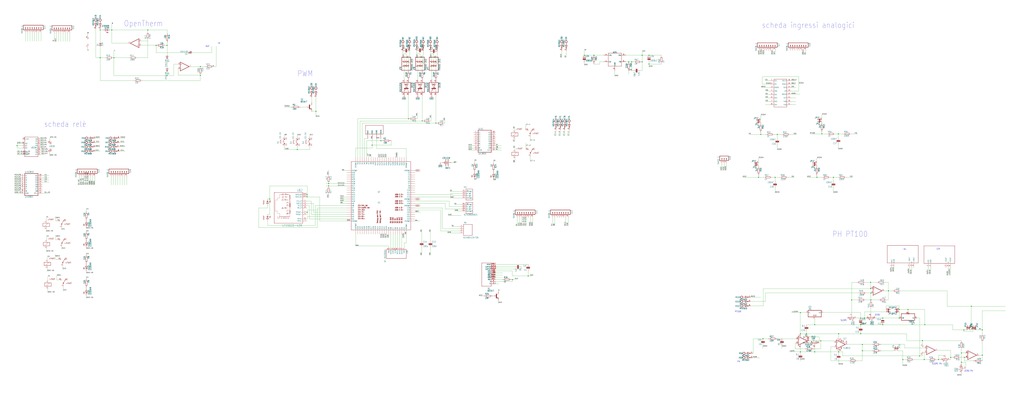
<source format=kicad_sch>
(kicad_sch (version 20220622) (generator eeschema)
  (paper "User" 1181.25 454.889)
  (junction (at 948.055 154.6225))
  (junction (at 364.49 128.5875))
  (junction (at 939.8 374.9675))
  (junction (at 1112.52 412.75))
  (junction (at 1018.2225 374.9675))
  (junction (at 1109.0275 407.67))
  (junction (at 1096.645 412.75))
  (junction (at 502.92 142.24))
  (junction (at 923.29 360.9975))
  (junction (at 1109.0275 418.465))
  (junction (at 942.34 204.7875))
  (junction (at 1133.1575 381))
  (junction (at 1063.9425 393.3825))
  (junction (at 471.17 137.16))
  (junction (at 131.445 66.675))
  (junction (at 192.7225 52.3875))
  (junction (at 1004.2525 326.0725))
  (junction (at 725.17 71.4375))
  (junction (at 342.9 172.72))
  (junction (at 923.29 385.445))
  (junction (at 674.0525 63.8175))
  (junction (at 961.39 204.7875))
  (junction (at 354.33 224.79))
  (junction (at 946.785 393.7))
  (junction (at 967.4225 406.4))
  (junction (at 1004.2525 333.375))
  (junction (at 115.57 66.675))
  (junction (at 609.2825 318.77))
  (junction (at 1066.8 374.9675))
  (junction (at 994.7275 405.13))
  (junction (at 1024.89 335.915))
  (junction (at 1133.1575 410.21))
  (junction (at 231.14 86.995))
  (junction (at 728.6625 71.4375))
  (junction (at 994.7275 397.8275))
  (junction (at 967.105 154.6225))
  (junction (at 19.685 168.275))
  (junction (at 115.57 34.6075))
  (junction (at 1004.57 346.3925))
  (junction (at 231.14 76.835))
  (junction (at 967.4225 385.445))
  (junction (at 982.345 346.3925))
  (junction (at 128.905 34.6075))
  (junction (at 311.15 229.87))
  (junction (at 1004.57 338.455))
  (junction (at 1120.4575 353.695))
  (junction (at 740.7275 71.4375))
  (junction (at 992.8225 374.9675))
  (junction (at 880.11 391.16))
  (junction (at 429.26 167.64))
  (junction (at 439.42 162.56))
  (junction (at 1041.4 415.29))
  (junction (at 748.665 73.9775))
  (junction (at 354.33 245.11))
  (junction (at 896.62 155.2575))
  (junction (at 379.095 212.09))
  (junction (at 192.7225 87.3125))
  (junction (at 923.29 406.4))
  (junction (at 685.165 63.8175))
  (junction (at 591.185 322.8975))
  (junction (at 1060.7675 411.1625))
  (junction (at 1037.2725 367.3475))
  (junction (at 992.8225 385.445))
  (junction (at 894.08 204.7875))
  (junction (at 180.0225 52.3875))
  (junction (at 1047.4325 357.505))
  (junction (at 1037.2725 357.505))
  (junction (at 354.33 227.33))
  (junction (at 939.8 406.4))
  (junction (at 170.4975 34.6075))
  (junction (at 930.275 385.445))
  (junction (at 1066.165 415.29))
  (junction (at 875.03 204.7875))
  (junction (at 877.57 155.2575))
  (junction (at 748.665 63.8175))
  (junction (at 997.2675 367.3475))
  (junction (at 379.095 214.63))
  (junction (at 487.045 139.7))
  (junction (at 740.7275 63.8175))
  (junction (at 1018.2225 367.3475))
  (junction (at 992.8225 367.3475))
  (junction (at 1082.675 415.29))
  (junction (at 1111.885 381))
  (wire (pts (xy 510.54 187.96) (xy 508 187.96)))
  (wire (pts (xy 939.8 406.4) (xy 967.4225 406.4)))
  (wire (pts (xy 70.1675 38.4175) (xy 70.1675 47.9425)))
  (wire (pts (xy 513.08 142.24) (xy 513.08 135.5725)))
  (wire (pts (xy 200.3425 87.3125) (xy 200.3425 74.295)))
  (wire (pts (xy 478.79 255.27) (xy 484.505 255.27)))
  (wire (pts (xy 400.05 250.19) (xy 354.33 250.19)))
  (wire (pts (xy 354.33 227.33) (xy 368.6175 227.33)))
  (wire (pts (xy 513.715 234.95) (xy 478.79 234.95)))
  (wire (pts (xy 1112.52 412.75) (xy 1108.3925 412.75)))
  (wire (pts (xy 762.9525 63.8175) (xy 748.665 63.8175)))
  (wire (pts (xy 887.73 93.0275) (xy 882.65 93.0275)))
  (wire (pts (xy 422.91 162.56) (xy 439.42 162.56)))
  (wire (pts (xy 912.8125 113.03) (xy 918.21 113.03)))
  (wire (pts (xy 62.5475 38.4175) (xy 62.5475 47.9425)))
  (wire (pts (xy 140.97 204.1525) (xy 140.97 213.6775)))
  (wire (pts (xy 1016.3175 397.8275) (xy 1043.6225 397.8275)))
  (wire (pts (xy 75.2475 38.4175) (xy 75.2475 47.9425)))
  (wire (pts (xy 1073.4675 309.245) (xy 1073.4675 316.5475)))
  (wire (pts (xy 976.63 204.7875) (xy 983.615 204.7875)))
  (wire (pts (xy 72.7075 38.4175) (xy 72.7075 47.9425)))
  (wire (pts (xy 361.315 245.11) (xy 361.315 234.95)))
  (wire (pts (xy 417.83 142.24) (xy 417.83 181.61)))
  (wire (pts (xy 594.0425 182.88) (xy 594.0425 187.6425)))
  (wire (pts (xy 740.7275 71.4375) (xy 740.7275 81.5975)))
  (wire (pts (xy 942.34 190.8175) (xy 942.34 192.405)))
  (wire (pts (xy 420.37 160.02) (xy 420.37 181.61)))
  (wire (pts (xy 26.035 168.275) (xy 19.685 168.275)))
  (wire (pts (xy 1066.165 401.955) (xy 1043.6225 401.955)))
  (wire (pts (xy 520.7 187.96) (xy 525.78 187.96)))
  (wire (pts (xy 1018.2225 374.9675) (xy 1066.8 374.9675)))
  (wire (pts (xy 53.34 254.635) (xy 53.34 251.46)))
  (wire (pts (xy 652.78 251.46) (xy 652.78 260.985)))
  (wire (pts (xy 342.9 158.75) (xy 342.9 156.5275)))
  (wire (pts (xy 99.695 340.995) (xy 99.695 344.4875)))
  (wire (pts (xy 1024.89 335.915) (xy 1024.89 346.3925)))
  (wire (pts (xy 46.355 165.735) (xy 50.165 165.735)))
  (wire (pts (xy 868.9975 391.16) (xy 880.11 391.16)))
  (wire (pts (xy 942.34 188.2775) (xy 942.34 182.88)))
  (wire (pts (xy 496.57 59.055) (xy 496.57 62.23)))
  (wire (pts (xy 1109.0275 430.53) (xy 1109.0275 434.0225)))
  (wire (pts (xy 53.6575 276.86) (xy 53.6575 273.685)))
  (wire (pts (xy 875.03 190.8175) (xy 875.03 192.405)))
  (wire (pts (xy 496.57 62.23) (xy 500.38 62.23)))
  (wire (pts (xy 691.8325 71.4375) (xy 691.8325 73.9775)))
  (wire (pts (xy 221.615 60.96) (xy 244.1575 60.96)))
  (wire (pts (xy 23.495 213.0425) (xy 16.8275 213.0425)))
  (wire (pts (xy 359.41 112.0775) (xy 359.41 118.4275)))
  (wire (pts (xy 611.8225 180.34) (xy 611.8225 186.69)))
  (wire (pts (xy 728.6625 81.5975) (xy 728.6625 71.4375)))
  (wire (pts (xy 471.17 81.915) (xy 471.17 77.47)))
  (wire (pts (xy 1063.9425 393.3825) (xy 1045.845 393.3825)))
  (wire (pts (xy 192.7225 52.3875) (xy 192.7225 48.895)))
  (wire (pts (xy 982.345 326.0725) (xy 982.345 346.3925)))
  (wire (pts (xy 502.92 109.855) (xy 502.92 142.24)))
  (wire (pts (xy 601.98 251.46) (xy 601.98 260.985)))
  (wire (pts (xy 131.445 87.3125) (xy 192.7225 87.3125)))
  (wire (pts (xy 994.7275 405.13) (xy 994.7275 416.56)))
  (wire (pts (xy 1070.9275 309.245) (xy 1070.9275 316.5475)))
  (wire (pts (xy 298.45 240.03) (xy 308.61 240.03)))
  (wire (pts (xy 1109.0275 418.465) (xy 1114.1075 418.465)))
  (wire (pts (xy 46.355 175.895) (xy 50.4825 175.895)))
  (wire (pts (xy 115.57 34.6075) (xy 115.57 33.3375)))
  (wire (pts (xy 921.385 88.5825) (xy 921.385 105.0925)))
  (wire (pts (xy 364.49 128.5875) (xy 364.49 135.255)))
  (wire (pts (xy 1096.645 412.75) (xy 1096.645 415.29)))
  (wire (pts (xy 1109.0275 407.67) (xy 1109.0275 403.5425)))
  (wire (pts (xy 606.7425 172.72) (xy 606.7425 165.1)))
  (wire (pts (xy 415.29 139.7) (xy 487.045 139.7)))
  (wire (pts (xy 887.73 97.155) (xy 879.475 97.155)))
  (wire (pts (xy 55.245 333.6925) (xy 55.245 338.1375)))
  (wire (pts (xy 547.37 206.375) (xy 547.37 207.9625)))
  (wire (pts (xy 740.7275 81.5975) (xy 738.1875 81.5975)))
  (wire (pts (xy 917.2575 402.9075) (xy 928.6875 402.9075)))
  (wire (pts (xy 972.185 411.1625) (xy 1060.7675 411.1625)))
  (wire (pts (xy 131.445 66.675) (xy 148.59 66.675)))
  (wire (pts (xy 997.2675 360.045) (xy 1022.0325 360.045)))
  (wire (pts (xy 879.475 88.5825) (xy 921.385 88.5825)))
  (wire (pts (xy 730.5675 81.5975) (xy 728.6625 81.5975)))
  (wire (pts (xy 91.7575 204.1525) (xy 91.7575 213.6775)))
  (wire (pts (xy 170.4975 46.355) (xy 170.4975 47.3075)))
  (wire (pts (xy 67.945 323.215) (xy 65.405 323.215)))
  (wire (pts (xy 728.6625 71.4375) (xy 730.5675 71.4375)))
  (wire (pts (xy 26.035 165.735) (xy 19.685 165.735)))
  (wire (pts (xy 412.75 137.16) (xy 412.75 181.61)))
  (wire (pts (xy 443.23 270.51) (xy 443.23 274.6375)))
  (wire (pts (xy 606.425 150.1775) (xy 606.425 144.145)))
  (wire (pts (xy 128.905 34.6075) (xy 128.905 27.94)))
  (wire (pts (xy 934.085 154.6225) (xy 948.055 154.6225)))
  (wire (pts (xy 327.9775 172.72) (xy 342.9 172.72)))
  (wire (pts (xy 504.19 59.055) (xy 504.19 58.42)))
  (wire (pts (xy 532.4475 241.3) (xy 513.715 241.3)))
  (wire (pts (xy 1133.1575 416.8775) (xy 1133.1575 410.21)))
  (wire (pts (xy 455.93 270.51) (xy 455.93 285.75)))
  (wire (pts (xy 948.055 204.7875) (xy 942.34 204.7875)))
  (wire (pts (xy 354.33 237.49) (xy 356.87 237.49)))
  (wire (pts (xy 674.0525 63.8175) (xy 674.0525 58.42)))
  (wire (pts (xy 896.62 391.16) (xy 902.0175 391.16)))
  (wire (pts (xy 863.6 155.2575) (xy 877.57 155.2575)))
  (wire (pts (xy 696.595 63.8175) (xy 685.165 63.8175)))
  (wire (pts (xy 47.3075 38.1) (xy 47.3075 47.625)))
  (wire (pts (xy 1063.9425 395.9225) (xy 1063.9425 393.3825)))
  (wire (pts (xy 99.695 304.4825) (xy 99.695 305.1175)))
  (wire (pts (xy 48.895 207.9625) (xy 56.515 207.9625)))
  (wire (pts (xy 887.73 113.03) (xy 882.65 113.03)))
  (wire (pts (xy 478.79 245.11) (xy 485.4575 245.11)))
  (wire (pts (xy 933.45 389.255) (xy 944.88 389.255)))
  (wire (pts (xy 832.8025 189.23) (xy 832.8025 196.85)))
  (wire (pts (xy 1098.2325 412.75) (xy 1096.645 412.75)))
  (wire (pts (xy 466.09 69.85) (xy 466.09 63.8175)))
  (wire (pts (xy 298.45 240.03) (xy 298.45 262.89)))
  (wire (pts (xy 249.2375 76.835) (xy 249.2375 53.34)))
  (wire (pts (xy 876.3 58.42) (xy 876.3 62.865)))
  (wire (pts (xy 128.905 49.8475) (xy 147.6375 49.8475)))
  (wire (pts (xy 486.41 278.13) (xy 486.41 265.1125)))
  (wire (pts (xy 1082.675 415.29) (xy 1085.215 415.29)))
  (wire (pts (xy 400.05 234.95) (xy 392.43 234.95)))
  (wire (pts (xy 1047.4325 357.505) (xy 1066.8 357.505)))
  (wire (pts (xy 488.315 58.42) (xy 488.315 58.1025)))
  (wire (pts (xy 875.03 188.2775) (xy 875.03 182.88)))
  (wire (pts (xy 1024.89 346.3925) (xy 1023.3025 346.3925)))
  (wire (pts (xy 143.51 204.1525) (xy 143.51 213.6775)))
  (wire (pts (xy 71.12 262.5725) (xy 71.12 265.4681)))
  (wire (pts (xy 1037.2725 353.3775) (xy 1037.2725 357.505)))
  (wire (pts (xy 468.63 181.61) (xy 468.63 171.45)))
  (wire (pts (xy 637.54 251.46) (xy 637.54 260.985)))
  (wire (pts (xy 967.4225 415.925) (xy 967.4225 421.3225)))
  (wire (pts (xy 99.695 312.7375) (xy 99.695 315.9125)))
  (wire (pts (xy 521.97 226.06) (xy 532.4475 226.06)))
  (wire (pts (xy 192.7225 34.6075) (xy 192.7225 38.735)))
  (wire (pts (xy 65.405 323.215) (xy 65.405 318.4525)))
  (wire (pts (xy 54.61 299.72) (xy 54.61 297.18)))
  (wire (pts (xy 891.54 58.42) (xy 891.54 62.865)))
  (wire (pts (xy 998.855 346.3925) (xy 1004.57 346.3925)))
  (wire (pts (xy 992.8225 367.3475) (xy 992.8225 360.9975)))
  (wire (pts (xy 368.6175 255.27) (xy 400.05 255.27)))
  (wire (pts (xy 988.06 326.0725) (xy 982.345 326.0725)))
  (wire (pts (xy 26.035 170.815) (xy 19.685 170.815)))
  (wire (pts (xy 896.62 159.7025) (xy 896.62 155.2575)))
  (wire (pts (xy 466.09 285.75) (xy 466.09 280.67)))
  (wire (pts (xy 997.2675 367.3475) (xy 997.2675 360.045)))
  (wire (pts (xy 1009.65 367.3475) (xy 1018.2225 367.3475)))
  (wire (pts (xy 246.6975 76.835) (xy 249.2375 76.835)))
  (wire (pts (xy 1120.4575 381) (xy 1120.4575 353.695)))
  (wire (pts (xy 400.05 214.63) (xy 379.095 214.63)))
  (wire (pts (xy 911.86 155.2575) (xy 918.845 155.2575)))
  (wire (pts (xy 244.1575 60.96) (xy 244.1575 53.34)))
  (wire (pts (xy 146.05 204.1525) (xy 146.05 213.6775)))
  (wire (pts (xy 1041.4 415.29) (xy 1041.4 405.13)))
  (wire (pts (xy 939.8 406.4) (xy 923.29 406.4)))
  (wire (pts (xy 450.85 270.51) (xy 450.85 285.75)))
  (wire (pts (xy 571.8175 327.66) (xy 575.6275 327.66)))
  (wire (pts (xy 917.2575 396.24) (xy 917.2575 402.9075)))
  (wire (pts (xy 115.57 66.675) (xy 121.285 66.675)))
  (wire (pts (xy 593.725 150.1775) (xy 593.725 146.3675)))
  (wire (pts (xy 865.8225 343.2175) (xy 877.2525 343.2175)))
  (wire (pts (xy 691.8325 73.9775) (xy 685.165 73.9775)))
  (wire (pts (xy 96.8375 204.1525) (xy 96.8375 213.6775)))
  (wire (pts (xy 66.04 254.9525) (xy 64.135 254.9525)))
  (wire (pts (xy 364.49 112.0775) (xy 364.49 128.5875)))
  (wire (pts (xy 590.8675 318.77) (xy 609.2825 318.77)))
  (wire (pts (xy 1004.2525 333.375) (xy 1004.2525 326.0725)))
  (wire (pts (xy 410.21 284.1625) (xy 410.21 270.51)))
  (wire (pts (xy 368.6175 227.33) (xy 368.6175 255.27)))
  (wire (pts (xy 466.09 77.47) (xy 466.09 92.075)))
  (wire (pts (xy 923.29 415.6075) (xy 923.29 417.195)))
  (wire (pts (xy 19.685 165.735) (xy 19.685 168.275)))
  (wire (pts (xy 451.1675 162.56) (xy 451.485 162.56)))
  (wire (pts (xy 902.0175 402.59) (xy 902.0175 398.78)))
  (wire (pts (xy 961.39 204.7875) (xy 958.215 204.7875)))
  (wire (pts (xy 1092.5175 335.915) (xy 1092.5175 353.695)))
  (wire (pts (xy 190.1825 52.3875) (xy 192.7225 52.3875)))
  (wire (pts (xy 311.15 229.87) (xy 311.15 214.63)))
  (wire (pts (xy 131.445 66.675) (xy 131.445 87.3125)))
  (wire (pts (xy 99.695 321.945) (xy 99.695 319.405)))
  (wire (pts (xy 379.095 212.09) (xy 375.92 212.09)))
  (wire (pts (xy 48.895 210.5025) (xy 56.515 210.5025)))
  (wire (pts (xy 1021.3975 326.0725) (xy 1024.89 326.0725)))
  (wire (pts (xy 977.5825 397.8275) (xy 994.7275 397.8275)))
  (wire (pts (xy 529.59 269.24) (xy 516.255 269.24)))
  (wire (pts (xy 609.2825 318.77) (xy 613.7275 318.77)))
  (wire (pts (xy 994.7275 416.56) (xy 989.0125 416.56)))
  (wire (pts (xy 591.185 322.8975) (xy 589.915 322.8975)))
  (wire (pts (xy 488.315 73.66) (xy 488.315 58.42)))
  (wire (pts (xy 128.905 34.6075) (xy 170.4975 34.6075)))
  (wire (pts (xy 571.8175 168.275) (xy 578.485 168.275)))
  (wire (pts (xy 162.8775 47.3075) (xy 170.4975 47.3075)))
  (wire (pts (xy 109.5375 204.1525) (xy 109.5375 213.6775)))
  (wire (pts (xy 894.08 58.42) (xy 894.08 62.865)))
  (wire (pts (xy 593.725 160.3375) (xy 593.725 163.5125)))
  (wire (pts (xy 46.355 178.435) (xy 50.4825 178.435)))
  (wire (pts (xy 480.695 58.1025) (xy 480.695 62.23)))
  (wire (pts (xy 400.05 237.49) (xy 363.5375 237.49)))
  (wire (pts (xy 308.61 247.65) (xy 311.15 247.65)))
  (wire (pts (xy 967.105 154.6225) (xy 963.93 154.6225)))
  (wire (pts (xy 939.8 368.6175) (xy 939.8 374.9675)))
  (wire (pts (xy 510.2225 240.03) (xy 510.2225 264.16)))
  (wire (pts (xy 972.185 406.4) (xy 972.185 411.1625)))
  (wire (pts (xy 1060.7675 411.1625) (xy 1060.7675 367.3475)))
  (wire (pts (xy 23.495 223.2025) (xy 16.8275 223.2025)))
  (wire (pts (xy 63.7794 299.4025) (xy 63.7794 293.7891)))
  (wire (pts (xy 992.8225 384.4925) (xy 992.8225 385.445)))
  (wire (pts (xy 591.185 322.8975) (xy 593.725 322.8975)))
  (wire (pts (xy 519.43 228.6) (xy 532.4475 228.6)))
  (wire (pts (xy 100.965 55.5625) (xy 100.965 58.7375)))
  (wire (pts (xy 879.475 97.155) (xy 879.475 88.5825)))
  (wire (pts (xy 1066.8 374.9675) (xy 1098.8675 374.9675)))
  (wire (pts (xy 574.9925 347.0275) (xy 574.9925 350.2025)))
  (wire (pts (xy 137.795 159.385) (xy 144.4625 159.385)))
  (wire (pts (xy 192.7225 52.3875) (xy 192.7225 63.5)))
  (wire (pts (xy 655.32 251.46) (xy 655.32 260.985)))
  (wire (pts (xy 57.4675 176.8475) (xy 57.4675 180.0225)))
  (wire (pts (xy 939.8 401.0025) (xy 939.8 406.4)))
  (wire (pts (xy 1098.8675 381) (xy 1111.885 381)))
  (wire (pts (xy 1006.1575 397.8275) (xy 994.7275 397.8275)))
  (wire (pts (xy 400.05 242.57) (xy 354.33 242.57)))
  (wire (pts (xy 835.3425 189.23) (xy 835.3425 196.85)))
  (wire (pts (xy 23.495 220.6625) (xy 16.8275 220.6625)))
  (wire (pts (xy 958.5325 416.56) (xy 978.8525 416.56)))
  (wire (pts (xy 992.8225 374.9675) (xy 992.8225 376.8725)))
  (wire (pts (xy 23.495 205.4225) (xy 16.8275 205.4225)))
  (wire (pts (xy 1004.57 356.5525) (xy 1004.57 362.2675)))
  (wire (pts (xy 574.9925 336.8675) (xy 574.9925 333.6925)))
  (wire (pts (xy 532.4475 238.76) (xy 518.16 238.76)))
  (wire (pts (xy 231.14 93.0275) (xy 231.14 86.995)))
  (wire (pts (xy 930.275 385.445) (xy 967.4225 385.445)))
  (wire (pts (xy 400.05 227.33) (xy 392.43 227.33)))
  (wire (pts (xy 46.355 173.355) (xy 50.4825 173.355)))
  (wire (pts (xy 1118.5525 381) (xy 1120.4575 381)))
  (wire (pts (xy 967.4225 390.2075) (xy 967.4225 385.445)))
  (wire (pts (xy 231.14 76.835) (xy 236.5375 76.835)))
  (wire (pts (xy 478.79 224.79) (xy 521.97 224.79)))
  (wire (pts (xy 571.8175 305.435) (xy 609.2825 305.435)))
  (wire (pts (xy 468.63 280.67) (xy 468.63 270.51)))
  (wire (pts (xy 356.87 252.73) (xy 356.87 237.49)))
  (wire (pts (xy 1096.3275 309.245) (xy 1096.3275 318.135)))
  (wire (pts (xy 1022.0325 353.3775) (xy 1037.2725 353.3775)))
  (wire (pts (xy 46.355 168.275) (xy 50.165 168.275)))
  (wire (pts (xy 571.8175 325.12) (xy 591.185 325.12)))
  (wire (pts (xy 1037.2725 360.045) (xy 1037.2725 367.3475)))
  (wire (pts (xy 359.0925 232.41) (xy 354.33 232.41)))
  (wire (pts (xy 1016.3175 405.13) (xy 1032.8275 405.13)))
  (wire (pts (xy 1004.57 338.455) (xy 1004.57 346.3925)))
  (wire (pts (xy 519.1125 220.98) (xy 532.4475 220.98)))
  (wire (pts (xy 26.035 178.435) (xy 19.685 178.435)))
  (wire (pts (xy 400.05 247.65) (xy 359.0925 247.65)))
  (wire (pts (xy 571.8175 315.2775) (xy 579.755 315.2775)))
  (wire (pts (xy 571.8175 173.355) (xy 578.485 173.355)))
  (wire (pts (xy 1019.81 335.915) (xy 1024.89 335.915)))
  (wire (pts (xy 453.39 270.51) (xy 453.39 285.75)))
  (wire (pts (xy 99.3775 204.1525) (xy 99.3775 213.6775)))
  (wire (pts (xy 521.97 226.06) (xy 521.97 224.79)))
  (wire (pts (xy 1060.7675 367.3475) (xy 1057.5925 367.3475)))
  (wire (pts (xy 923.29 385.445) (xy 923.29 386.08)))
  (wire (pts (xy 1113.79 412.75) (xy 1112.52 412.75)))
  (wire (pts (xy 170.4975 34.6075) (xy 192.7225 34.6075)))
  (wire (pts (xy 99.695 254.3175) (xy 99.695 254.9525)))
  (wire (pts (xy 590.8675 313.055) (xy 590.8675 318.77)))
  (wire (pts (xy 502.92 69.85) (xy 502.92 63.8175)))
  (wire (pts (xy 128.905 49.8475) (xy 128.905 34.6075)))
  (wire (pts (xy 740.7275 63.8175) (xy 740.7275 71.4375)))
  (wire (pts (xy 571.8175 322.8975) (xy 579.755 322.8975)))
  (wire (pts (xy 948.055 140.6525) (xy 948.055 142.24)))
  (wire (pts (xy 1018.2225 367.3475) (xy 1037.2725 367.3475)))
  (wire (pts (xy 1028.7 308.9275) (xy 1028.7 313.69)))
  (wire (pts (xy 591.185 325.12) (xy 591.185 322.8975)))
  (wire (pts (xy 569.2775 206.6925) (xy 569.2775 208.28)))
  (wire (pts (xy 445.77 181.61) (xy 445.77 178.1175)))
  (wire (pts (xy 887.73 100.965) (xy 877.8875 100.965)))
  (wire (pts (xy 748.665 73.9775) (xy 748.665 77.47)))
  (wire (pts (xy 424.18 160.02) (xy 420.37 160.02)))
  (wire (pts (xy 422.91 181.61) (xy 422.91 162.56)))
  (wire (pts (xy 725.17 71.4375) (xy 728.6625 71.4375)))
  (wire (pts (xy 77.7875 38.4175) (xy 77.7875 47.9425)))
  (wire (pts (xy 379.095 201.93) (xy 379.095 196.215)))
  (wire (pts (xy 685.165 63.8175) (xy 674.0525 63.8175)))
  (wire (pts (xy 599.44 251.46) (xy 599.44 260.985)))
  (wire (pts (xy 1109.0275 407.67) (xy 1113.79 407.67)))
  (wire (pts (xy 868.3625 413.0675) (xy 876.3 413.0675)))
  (wire (pts (xy 958.5325 400.3675) (xy 962.3425 400.3675)))
  (wire (pts (xy 1031.24 308.9275) (xy 1031.24 313.69)))
  (wire (pts (xy 1120.4575 353.695) (xy 1092.5175 353.695)))
  (wire (pts (xy 410.21 181.61) (xy 410.21 171.1325)))
  (wire (pts (xy 110.49 33.3375) (xy 110.49 66.675)))
  (wire (pts (xy 440.69 181.61) (xy 440.69 178.1175)))
  (wire (pts (xy 927.1 58.42) (xy 927.1 63.1825)))
  (wire (pts (xy 546.4175 170.815) (xy 540.385 170.815)))
  (wire (pts (xy 126.6825 34.6075) (xy 128.905 34.6075)))
  (wire (pts (xy 162.8775 52.3875) (xy 180.0225 52.3875)))
  (wire (pts (xy 480.695 62.23) (xy 484.505 62.23)))
  (wire (pts (xy 48.895 223.2025) (xy 56.515 223.2025)))
  (wire (pts (xy 443.23 181.61) (xy 443.23 178.1175)))
  (wire (pts (xy 67.31 299.4025) (xy 63.7794 299.4025)))
  (wire (pts (xy 308.61 260.35) (xy 363.5375 260.35)))
  (wire (pts (xy 357.1875 158.75) (xy 357.1875 156.5275)))
  (wire (pts (xy 748.665 73.9775) (xy 762.9525 73.9775)))
  (wire (pts (xy 571.8175 313.055) (xy 590.8675 313.055)))
  (wire (pts (xy 354.33 250.19) (xy 354.33 252.73)))
  (wire (pts (xy 912.8125 117.1575) (xy 918.21 117.1575)))
  (wire (pts (xy 119.0625 34.6075) (xy 115.57 34.6075)))
  (wire (pts (xy 23.495 210.5025) (xy 16.8275 210.5025)))
  (wire (pts (xy 651.51 149.86) (xy 651.51 156.845)))
  (wire (pts (xy 529.59 261.62) (xy 521.0175 261.62)))
  (wire (pts (xy 445.77 270.51) (xy 445.77 274.6375)))
  (wire (pts (xy 868.3625 407.9875) (xy 868.9975 407.9875)))
  (wire (pts (xy 653.0975 58.42) (xy 653.0975 66.3575)))
  (wire (pts (xy 994.7275 397.8275) (xy 994.7275 405.13)))
  (wire (pts (xy 992.8225 367.3475) (xy 997.2675 367.3475)))
  (wire (pts (xy 400.05 240.03) (xy 366.0775 240.03)))
  (wire (pts (xy 529.59 264.16) (xy 510.2225 264.16)))
  (wire (pts (xy 1004.2525 326.0725) (xy 1011.2375 326.0725)))
  (wire (pts (xy 308.61 229.87) (xy 311.15 229.87)))
  (wire (pts (xy 137.16 169.545) (xy 144.4625 169.545)))
  (wire (pts (xy 463.55 270.51) (xy 463.55 285.75)))
  (wire (pts (xy 1047.4325 359.7275) (xy 1047.4325 357.505)))
  (wire (pts (xy 912.8125 93.0275) (xy 918.21 93.0275)))
  (wire (pts (xy 877.57 155.2575) (xy 877.57 153.035)))
  (wire (pts (xy 532.4475 243.84) (xy 524.51 243.84)))
  (wire (pts (xy 887.73 105.0925) (xy 882.65 105.0925)))
  (wire (pts (xy 596.9 251.46) (xy 596.9 260.985)))
  (wire (pts (xy 982.345 154.6225) (xy 989.33 154.6225)))
  (wire (pts (xy 709.295 81.5975) (xy 709.295 88.265)))
  (wire (pts (xy 154.305 93.0275) (xy 115.57 93.0275)))
  (wire (pts (xy 23.495 218.1225) (xy 16.8275 218.1225)))
  (wire (pts (xy 500.38 62.23) (xy 500.38 69.85)))
  (wire (pts (xy 601.345 308.2925) (xy 601.345 310.8325)))
  (wire (pts (xy 594.0425 172.72) (xy 594.0425 168.5925)))
  (wire (pts (xy 992.8225 385.445) (xy 1045.845 385.445)))
  (wire (pts (xy 899.16 204.7875) (xy 894.08 204.7875)))
  (wire (pts (xy 361.315 234.95) (xy 354.33 234.95)))
  (wire (pts (xy 748.665 63.8175) (xy 740.7275 63.8175)))
  (wire (pts (xy 425.45 181.61) (xy 425.45 178.1175)))
  (wire (pts (xy 192.7225 78.105) (xy 192.7225 68.58)))
  (wire (pts (xy 99.695 294.3225) (xy 99.695 292.1)))
  (wire (pts (xy 192.7225 87.3125) (xy 200.3425 87.3125)))
  (wire (pts (xy 441.0075 162.56) (xy 439.42 162.56)))
  (wire (pts (xy 1004.57 333.375) (xy 1004.2525 333.375)))
  (wire (pts (xy 880.4275 353.3775) (xy 880.4275 333.375)))
  (wire (pts (xy 877.57 141.2875) (xy 877.57 142.875)))
  (wire (pts (xy 37.1475 38.1) (xy 37.1475 47.625)))
  (wire (pts (xy 1098.8675 374.9675) (xy 1098.8675 381)))
  (wire (pts (xy 948.055 154.6225) (xy 948.055 152.4)))
  (wire (pts (xy 486.41 285.75) (xy 486.41 294.64)))
  (wire (pts (xy 896.62 167.3225) (xy 896.62 173.355)))
  (wire (pts (xy 546.4175 173.355) (xy 540.385 173.355)))
  (wire (pts (xy 73.025 330.835) (xy 73.025 336.2325)))
  (wire (pts (xy 894.08 216.8525) (xy 894.08 222.885)))
  (wire (pts (xy 487.045 109.855) (xy 487.045 139.7)))
  (wire (pts (xy 1133.1575 358.775) (xy 1159.8275 358.775)))
  (wire (pts (xy 609.2825 318.77) (xy 609.2825 313.055)))
  (wire (pts (xy 1024.89 335.915) (xy 1029.0175 335.915)))
  (wire (pts (xy 109.855 164.465) (xy 114.935 164.465)))
  (wire (pts (xy 949.96 360.9975) (xy 992.8225 360.9975)))
  (wire (pts (xy 487.045 77.47) (xy 487.045 81.915)))
  (wire (pts (xy 646.43 149.86) (xy 646.43 156.845)))
  (wire (pts (xy 53.6575 287.02) (xy 53.6575 291.1475)))
  (wire (pts (xy 448.31 285.75) (xy 448.31 284.1625)))
  (wire (pts (xy 39.6875 38.1) (xy 39.6875 47.625)))
  (wire (pts (xy 1051.56 308.9275) (xy 1051.56 316.5475)))
  (wire (pts (xy 918.21 396.24) (xy 917.2575 396.24)))
  (wire (pts (xy 64.135 276.86) (xy 64.135 273.3675)))
  (wire (pts (xy 164.465 93.0275) (xy 231.14 93.0275)))
  (wire (pts (xy 354.33 245.11) (xy 354.33 242.57)))
  (wire (pts (xy 133.35 204.1525) (xy 133.35 213.6775)))
  (wire (pts (xy 929.64 360.9975) (xy 923.29 360.9975)))
  (wire (pts (xy 170.4975 34.6075) (xy 170.4975 36.195)))
  (wire (pts (xy 894.08 204.7875) (xy 890.905 204.7875)))
  (wire (pts (xy 1133.1575 410.21) (xy 1129.03 410.21)))
  (wire (pts (xy 881.38 58.42) (xy 881.38 62.865)))
  (wire (pts (xy 481.33 137.16) (xy 481.33 129.8575)))
  (wire (pts (xy 464.82 62.23) (xy 468.63 62.23)))
  (wire (pts (xy 877.57 138.7475) (xy 877.57 133.35)))
  (wire (pts (xy 415.29 139.7) (xy 415.29 181.61)))
  (wire (pts (xy 1080.77 415.29) (xy 1082.675 415.29)))
  (wire (pts (xy 115.57 93.0275) (xy 115.57 66.675)))
  (wire (pts (xy 912.8125 120.9675) (xy 918.21 120.9675)))
  (wire (pts (xy 354.33 214.63) (xy 354.33 224.79)))
  (wire (pts (xy 1018.2225 374.9675) (xy 992.8225 374.9675)))
  (wire (pts (xy 461.01 285.75) (xy 461.01 270.51)))
  (wire (pts (xy 327.9775 168.5925) (xy 327.9775 172.72)))
  (wire (pts (xy 379.095 224.79) (xy 379.095 228.2825)))
  (wire (pts (xy 429.26 167.64) (xy 429.26 171.1325)))
  (wire (pts (xy 131.445 66.675) (xy 131.445 58.7375)))
  (wire (pts (xy 400.05 229.87) (xy 392.43 229.87)))
  (wire (pts (xy 1013.1425 346.3925) (xy 1004.57 346.3925)))
  (wire (pts (xy 518.16 238.76) (xy 518.16 232.41)))
  (wire (pts (xy 612.14 251.46) (xy 612.14 260.985)))
  (wire (pts (xy 342.9 172.72) (xy 357.1875 172.72)))
  (wire (pts (xy 918.21 391.16) (xy 902.0175 391.16)))
  (wire (pts (xy 180.0225 60.96) (xy 180.0225 52.3875)))
  (wire (pts (xy 497.205 139.7) (xy 497.205 132.08)))
  (wire (pts (xy 961.39 216.8525) (xy 961.39 222.885)))
  (wire (pts (xy 170.4975 66.675) (xy 158.75 66.675)))
  (wire (pts (xy 946.785 393.7) (xy 933.45 393.7)))
  (wire (pts (xy 458.47 181.61) (xy 458.47 175.895)))
  (wire (pts (xy 478.79 227.33) (xy 519.7475 227.33)))
  (wire (pts (xy 939.8 374.9675) (xy 930.275 374.9675)))
  (wire (pts (xy 901.7 155.2575) (xy 896.62 155.2575)))
  (wire (pts (xy 23.495 215.5825) (xy 16.8275 215.5825)))
  (wire (pts (xy 878.84 58.42) (xy 878.84 62.865)))
  (wire (pts (xy 880.11 391.16) (xy 886.46 391.16)))
  (wire (pts (xy 502.92 77.47) (xy 502.92 81.915)))
  (wire (pts (xy 1041.4 405.13) (xy 1035.3675 405.13)))
  (wire (pts (xy 484.505 77.47) (xy 484.505 73.66)))
  (wire (pts (xy 471.17 69.85) (xy 471.17 63.8175)))
  (wire (pts (xy 440.69 270.51) (xy 440.69 274.6375)))
  (wire (pts (xy 571.8175 170.815) (xy 578.485 170.815)))
  (wire (pts (xy 1090.295 410.21) (xy 1082.675 410.21)))
  (wire (pts (xy 1039.1775 335.915) (xy 1092.5175 335.915)))
  (wire (pts (xy 1044.575 415.29) (xy 1041.4 415.29)))
  (wire (pts (xy 571.8175 308.2925) (xy 593.725 308.2925)))
  (wire (pts (xy 614.68 251.46) (xy 614.68 260.985)))
  (wire (pts (xy 875.03 204.7875) (xy 875.03 202.565)))
  (wire (pts (xy 412.75 137.16) (xy 471.17 137.16)))
  (wire (pts (xy 923.29 406.4) (xy 910.2725 406.4)))
  (wire (pts (xy 137.795 174.625) (xy 144.4625 174.625)))
  (wire (pts (xy 944.88 389.255) (xy 944.88 395.9225)))
  (wire (pts (xy 327.9775 158.4325) (xy 327.9775 156.5275)))
  (wire (pts (xy 429.26 160.02) (xy 429.26 167.64)))
  (wire (pts (xy 546.4175 168.275) (xy 540.385 168.275)))
  (wire (pts (xy 611.505 157.7975) (xy 611.505 162.8775)))
  (wire (pts (xy 434.34 171.45) (xy 468.63 171.45)))
  (wire (pts (xy 987.425 367.3475) (xy 992.8225 367.3475)))
  (wire (pts (xy 674.0525 71.4375) (xy 674.0525 75.565)))
  (wire (pts (xy 94.2975 204.1525) (xy 94.2975 213.6775)))
  (wire (pts (xy 1024.89 326.0725) (xy 1024.89 335.915)))
  (wire (pts (xy 109.855 174.625) (xy 115.7478 174.625)))
  (wire (pts (xy 923.29 385.445) (xy 930.275 385.445)))
  (wire (pts (xy 410.21 171.1325) (xy 429.26 171.1325)))
  (wire (pts (xy 451.485 162.56) (xy 451.485 167.64)))
  (wire (pts (xy 896.62 155.2575) (xy 893.445 155.2575)))
  (wire (pts (xy 740.7275 63.8175) (xy 740.7275 60.0075)))
  (wire (pts (xy 997.2675 367.3475) (xy 999.49 367.3475)))
  (wire (pts (xy 110.1725 159.385) (xy 114.6302 159.385)))
  (wire (pts (xy 106.9975 204.1525) (xy 106.9975 213.6775)))
  (wire (pts (xy 481.965 77.47) (xy 481.965 92.075)))
  (wire (pts (xy 400.05 245.11) (xy 361.315 245.11)))
  (wire (pts (xy 887.73 117.1575) (xy 882.65 117.1575)))
  (wire (pts (xy 311.15 214.63) (xy 354.33 214.63)))
  (wire (pts (xy 982.345 346.3925) (xy 982.345 362.2675)))
  (wire (pts (xy 519.7475 223.52) (xy 519.7475 227.33)))
  (wire (pts (xy 366.0775 262.89) (xy 298.45 262.89)))
  (wire (pts (xy 946.785 402.9075) (xy 946.785 393.7)))
  (wire (pts (xy 571.8175 317.8175) (xy 579.755 317.8175)))
  (wire (pts (xy 1112.52 416.8775) (xy 1112.52 412.75)))
  (wire (pts (xy 1109.0275 418.465) (xy 1109.0275 420.37)))
  (wire (pts (xy 29.5275 38.1) (xy 29.5275 47.625)))
  (wire (pts (xy 466.09 280.67) (xy 468.63 280.67)))
  (wire (pts (xy 942.34 204.7875) (xy 930.91 204.7875)))
  (wire (pts (xy 939.8 374.9675) (xy 992.8225 374.9675)))
  (wire (pts (xy 696.595 71.4375) (xy 691.8325 71.4375)))
  (wire (pts (xy 961.39 209.2325) (xy 961.39 204.7875)))
  (wire (pts (xy 912.8125 100.965) (xy 918.21 100.965)))
  (wire (pts (xy 170.4975 47.3075) (xy 170.4975 66.675)))
  (wire (pts (xy 934.72 395.9225) (xy 933.45 395.9225)))
  (wire (pts (xy 1096.645 404.495) (xy 1081.405 404.495)))
  (wire (pts (xy 472.44 58.42) (xy 472.44 73.66)))
  (wire (pts (xy 65.0875 38.4175) (xy 65.0875 47.9425)))
  (wire (pts (xy 128.27 204.1525) (xy 128.27 213.6775)))
  (wire (pts (xy 887.73 109.22) (xy 882.65 109.22)))
  (wire (pts (xy 868.9975 407.9875) (xy 868.9975 391.16)))
  (wire (pts (xy 865.8225 348.2975) (xy 882.9675 348.2975)))
  (wire (pts (xy 1111.885 381) (xy 1111.885 382.905)))
  (wire (pts (xy 883.285 155.2575) (xy 877.57 155.2575)))
  (wire (pts (xy 923.29 360.9975) (xy 913.13 360.9975)))
  (wire (pts (xy 472.44 73.66) (xy 468.63 73.66)))
  (wire (pts (xy 434.34 160.02) (xy 434.34 171.45)))
  (wire (pts (xy 400.05 252.73) (xy 356.87 252.73)))
  (wire (pts (xy 192.7225 87.3125) (xy 192.7225 83.185)))
  (wire (pts (xy 748.665 71.4375) (xy 748.665 73.9775)))
  (wire (pts (xy 1041.4 415.29) (xy 1041.4 422.91)))
  (wire (pts (xy 1063.9425 411.1625) (xy 1060.7675 411.1625)))
  (wire (pts (xy 938.8475 402.9075) (xy 946.785 402.9075)))
  (wire (pts (xy 220.6625 76.835) (xy 231.14 76.835)))
  (wire (pts (xy 500.38 73.66) (xy 500.38 77.47)))
  (wire (pts (xy 54.61 309.88) (xy 54.61 313.3725)))
  (wire (pts (xy 468.63 69.85) (xy 468.63 62.23)))
  (wire (pts (xy 547.37 187.96) (xy 547.37 185.42)))
  (wire (pts (xy 1111.885 381) (xy 1116.0125 381)))
  (wire (pts (xy 99.695 262.5725) (xy 99.695 264.16)))
  (wire (pts (xy 942.34 204.7875) (xy 942.34 202.565)))
  (wire (pts (xy 400.05 196.85) (xy 394.335 196.85)))
  (wire (pts (xy 99.695 285.4325) (xy 99.695 287.655)))
  (wire (pts (xy 953.77 154.6225) (xy 948.055 154.6225)))
  (wire (pts (xy 721.995 63.8175) (xy 740.7275 63.8175)))
  (wire (pts (xy 958.5325 416.56) (xy 958.5325 400.3675)))
  (wire (pts (xy 504.19 59.055) (xy 504.19 73.66)))
  (wire (pts (xy 967.4225 406.4) (xy 972.185 406.4)))
  (wire (pts (xy 604.52 251.46) (xy 604.52 260.985)))
  (wire (pts (xy 42.2275 38.1) (xy 42.2275 47.625)))
  (wire (pts (xy 532.4475 236.22) (xy 524.1925 236.22)))
  (wire (pts (xy 66.3575 276.86) (xy 64.135 276.86)))
  (wire (pts (xy 1004.57 338.455) (xy 999.8075 338.455)))
  (wire (pts (xy 364.49 128.5875) (xy 359.41 128.5875)))
  (wire (pts (xy 1066.165 415.29) (xy 1054.735 415.29)))
  (wire (pts (xy 67.6275 38.4175) (xy 67.6275 47.9425)))
  (wire (pts (xy 205.4225 79.375) (xy 205.4225 86.995)))
  (wire (pts (xy 1133.1575 381) (xy 1124.9025 381)))
  (wire (pts (xy 379.095 214.63) (xy 375.92 214.63)))
  (wire (pts (xy 216.535 60.96) (xy 180.0225 60.96)))
  (wire (pts (xy 34.6075 38.1) (xy 34.6075 47.625)))
  (wire (pts (xy 496.57 285.75) (xy 496.57 294.64)))
  (wire (pts (xy 137.4775 164.465) (xy 143.8275 164.465)))
  (wire (pts (xy 484.505 62.23) (xy 484.505 69.85)))
  (wire (pts (xy 46.355 160.655) (xy 50.165 160.655)))
  (wire (pts (xy 438.15 181.61) (xy 438.15 178.1175)))
  (wire (pts (xy 311.15 247.65) (xy 311.15 229.87)))
  (wire (pts (xy 1037.2725 357.505) (xy 1047.4325 357.505)))
  (wire (pts (xy 400.05 232.41) (xy 392.43 232.41)))
  (wire (pts (xy 354.33 123.5075) (xy 346.3925 123.5075)))
  (wire (pts (xy 607.06 251.46) (xy 607.06 260.985)))
  (wire (pts (xy 138.43 204.1525) (xy 138.43 213.6775)))
  (wire (pts (xy 1133.1575 381) (xy 1133.1575 358.775)))
  (wire (pts (xy 930.275 382.5875) (xy 930.275 385.445)))
  (wire (pts (xy 104.4575 204.1525) (xy 104.4575 213.6775)))
  (wire (pts (xy 519.7475 223.52) (xy 532.4475 223.52)))
  (wire (pts (xy 721.995 71.4375) (xy 725.17 71.4375)))
  (wire (pts (xy 1070.61 415.29) (xy 1066.165 415.29)))
  (wire (pts (xy 894.08 209.2325) (xy 894.08 204.7875)))
  (wire (pts (xy 439.42 160.02) (xy 439.42 162.56)))
  (wire (pts (xy 1096.645 412.75) (xy 1096.645 404.495)))
  (wire (pts (xy 547.37 198.12) (xy 547.37 198.755)))
  (wire (pts (xy 72.39 307.0225) (xy 72.39 311.4675)))
  (wire (pts (xy 1120.4575 353.695) (xy 1159.8275 353.695)))
  (wire (pts (xy 55.245 323.5325) (xy 55.245 319.7225)))
  (wire (pts (xy 46.355 170.815) (xy 50.165 170.815)))
  (wire (pts (xy 1114.1075 418.465) (xy 1114.1075 425.45)))
  (wire (pts (xy 497.84 69.85) (xy 497.84 63.8175)))
  (wire (pts (xy 875.03 204.7875) (xy 856.615 204.7875)))
  (wire (pts (xy 429.26 167.64) (xy 451.485 167.64)))
  (wire (pts (xy 998.22 326.0725) (xy 1004.2525 326.0725)))
  (wire (pts (xy 569.2775 188.2775) (xy 569.2775 185.7375)))
  (wire (pts (xy 101.9175 204.1525) (xy 101.9175 213.6775)))
  (wire (pts (xy 71.4375 284.48) (xy 71.4375 287.655)))
  (wire (pts (xy 497.84 77.47) (xy 497.84 92.075)))
  (wire (pts (xy 922.9725 108.9025) (xy 912.8125 108.9025)))
  (wire (pts (xy 23.495 207.9625) (xy 16.8275 207.9625)))
  (wire (pts (xy 468.63 73.66) (xy 468.63 77.47)))
  (wire (pts (xy 1122.9975 416.8775) (xy 1112.52 416.8775)))
  (wire (pts (xy 571.8175 320.3575) (xy 579.755 320.3575)))
  (wire (pts (xy 205.4225 86.995) (xy 231.14 86.995)))
  (wire (pts (xy 880.11 398.78) (xy 880.11 402.59)))
  (wire (pts (xy 357.1875 172.72) (xy 357.1875 168.91)))
  (wire (pts (xy 1109.0275 393.3825) (xy 1063.9425 393.3825)))
  (wire (pts (xy 99.695 333.375) (xy 99.695 332.105)))
  (wire (pts (xy 1049.02 308.9275) (xy 1049.02 316.5475)))
  (wire (pts (xy 966.47 204.7875) (xy 961.39 204.7875)))
  (wire (pts (xy 427.99 181.61) (xy 427.99 178.1175)))
  (wire (pts (xy 929.64 58.42) (xy 929.64 63.1825)))
  (wire (pts (xy 458.47 285.75) (xy 458.47 270.51)))
  (wire (pts (xy 946.785 393.7) (xy 962.3425 393.7)))
  (wire (pts (xy 1111.885 382.905) (xy 1122.3625 382.905)))
  (wire (pts (xy 948.055 138.1125) (xy 948.055 132.715)))
  (wire (pts (xy 601.345 310.8325) (xy 571.8175 310.8325)))
  (wire (pts (xy 882.9675 348.2975) (xy 882.9675 338.455)))
  (wire (pts (xy 100.965 40.3225) (xy 100.965 37.1475)))
  (wire (pts (xy 53.34 264.795) (xy 53.34 267.6525)))
  (wire (pts (xy 32.0675 38.1) (xy 32.0675 47.625)))
  (wire (pts (xy 880.4275 333.375) (xy 1004.2525 333.375)))
  (wire (pts (xy 19.685 168.275) (xy 19.685 170.815)))
  (wire (pts (xy 967.4225 405.4475) (xy 967.4225 406.4)))
  (wire (pts (xy 26.035 175.895) (xy 19.685 175.895)))
  (wire (pts (xy 1093.7875 309.245) (xy 1093.7875 318.135)))
  (wire (pts (xy 130.81 204.1525) (xy 130.81 213.6775)))
  (wire (pts (xy 923.29 401.32) (xy 923.29 406.4)))
  (wire (pts (xy 400.05 212.09) (xy 379.095 212.09)))
  (wire (pts (xy 640.08 251.46) (xy 640.08 260.985)))
  (wire (pts (xy 725.17 81.5975) (xy 725.17 85.725)))
  (wire (pts (xy 558.165 341.9475) (xy 552.45 341.9475)))
  (wire (pts (xy 972.185 154.6225) (xy 967.105 154.6225)))
  (wire (pts (xy 1006.1575 405.13) (xy 994.7275 405.13)))
  (wire (pts (xy 57.4675 161.6075) (xy 57.4675 159.385)))
  (wire (pts (xy 48.895 202.8825) (xy 56.515 202.8825)))
  (wire (pts (xy 308.61 240.03) (xy 308.61 237.49)))
  (wire (pts (xy 44.7675 38.1) (xy 44.7675 47.625)))
  (wire (pts (xy 496.57 59.055) (xy 496.57 58.42)))
  (wire (pts (xy 200.3425 74.295) (xy 205.4225 74.295)))
  (wire (pts (xy 99.695 267.6525) (xy 99.695 266.065)))
  (wire (pts (xy 448.31 284.1625) (xy 410.21 284.1625)))
  (wire (pts (xy 656.59 149.86) (xy 656.59 156.845)))
  (wire (pts (xy 880.745 204.7875) (xy 875.03 204.7875)))
  (wire (pts (xy 923.29 407.9875) (xy 923.29 406.4)))
  (wire (pts (xy 962.3425 395.2875) (xy 962.3425 393.7)))
  (wire (pts (xy 988.695 346.3925) (xy 982.345 346.3925)))
  (wire (pts (xy 1096.645 415.29) (xy 1095.375 415.29)))
  (wire (pts (xy 1109.0275 418.465) (xy 1109.0275 407.67)))
  (wire (pts (xy 1045.845 385.445) (xy 1045.845 393.3825)))
  (wire (pts (xy 135.89 204.1525) (xy 135.89 213.6775)))
  (wire (pts (xy 448.31 270.51) (xy 448.31 274.6375)))
  (wire (pts (xy 417.83 142.24) (xy 502.92 142.24)))
  (wire (pts (xy 110.49 66.675) (xy 115.57 66.675)))
  (wire (pts (xy 989.6475 338.455) (xy 882.9675 338.455)))
  (wire (pts (xy 648.0175 58.42) (xy 648.0175 66.3575)))
  (wire (pts (xy 342.9 168.91) (xy 342.9 172.72)))
  (wire (pts (xy 912.8125 97.155) (xy 918.21 97.155)))
  (wire (pts (xy 837.8825 189.23) (xy 837.8825 196.85)))
  (wire (pts (xy 513.715 241.3) (xy 513.715 234.95)))
  (wire (pts (xy 504.19 73.66) (xy 500.38 73.66)))
  (wire (pts (xy 1066.8 357.505) (xy 1066.8 374.9675)))
  (wire (pts (xy 887.73 120.9675) (xy 882.65 120.9675)))
  (wire (pts (xy 366.0775 240.03) (xy 366.0775 262.89)))
  (wire (pts (xy 641.35 149.86) (xy 641.35 156.845)))
  (wire (pts (xy 865.8225 353.3775) (xy 880.4275 353.3775)))
  (wire (pts (xy 508.3175 266.7) (xy 508.3175 242.57)))
  (wire (pts (xy 909.32 204.7875) (xy 916.305 204.7875)))
  (wire (pts (xy 354.33 247.65) (xy 354.33 245.11)))
  (wire (pts (xy 46.355 163.195) (xy 50.165 163.195)))
  (wire (pts (xy 478.79 240.03) (xy 510.2225 240.03)))
  (wire (pts (xy 115.57 48.895) (xy 115.57 34.6075)))
  (wire (pts (xy 64.135 254.9525) (xy 64.135 249.8725)))
  (wire (pts (xy 308.61 260.35) (xy 308.61 255.27)))
  (wire (pts (xy 496.57 278.13) (xy 496.57 265.1125)))
  (wire (pts (xy 529.59 266.7) (xy 508.3175 266.7)))
  (wire (pts (xy 471.17 137.16) (xy 471.17 109.855)))
  (wire (pts (xy 354.33 224.79) (xy 354.33 227.33)))
  (wire (pts (xy 568.325 341.9475) (xy 569.9125 341.9475)))
  (wire (pts (xy 23.495 202.8825) (xy 16.8275 202.8825)))
  (wire (pts (xy 481.965 69.85) (xy 481.965 63.8175)))
  (wire (pts (xy 487.045 69.85) (xy 487.045 63.8175)))
  (wire (pts (xy 1133.1575 385.445) (xy 1133.1575 381)))
  (wire (pts (xy 80.3275 38.4175) (xy 80.3275 47.9425)))
  (wire (pts (xy 1066.165 407.035) (xy 1066.165 415.29)))
  (wire (pts (xy 1043.6225 397.8275) (xy 1043.6225 401.955)))
  (wire (pts (xy 363.5375 237.49) (xy 363.5375 260.35)))
  (wire (pts (xy 336.2325 123.5075) (xy 327.9775 123.5075)))
  (wire (pts (xy 967.105 166.6875) (xy 967.105 172.72)))
  (wire (pts (xy 1122.3625 382.905) (xy 1122.3625 381)))
  (wire (pts (xy 967.105 159.0675) (xy 967.105 154.6225)))
  (wire (pts (xy 109.855 169.545) (xy 115.1128 169.545)))
  (wire (pts (xy 1022.0325 357.505) (xy 1022.0325 353.3775)))
  (wire (pts (xy 912.8125 105.0925) (xy 921.385 105.0925)))
  (wire (pts (xy 484.505 73.66) (xy 488.315 73.66)))
  (wire (pts (xy 115.57 53.975) (xy 115.57 66.675)))
  (wire (pts (xy 99.695 244.1575) (xy 99.695 241.6175)))
  (wire (pts (xy 923.29 385.445) (xy 923.29 360.9975)))
  (wire (pts (xy 967.4225 408.305) (xy 967.4225 406.4)))
  (wire (pts (xy 48.895 205.4225) (xy 56.515 205.4225)))
  (wire (pts (xy 532.13 248.92) (xy 516.89 248.92)))
  (wire (pts (xy 1082.675 410.21) (xy 1082.675 415.29)))
  (wire (pts (xy 508.3175 242.57) (xy 478.79 242.57)))
  (wire (pts (xy 464.82 58.42) (xy 464.82 62.23)))
  (wire (pts (xy 478.79 232.41) (xy 518.16 232.41)))
  (wire (pts (xy 466.09 270.51) (xy 466.09 274.955)))
  (wire (pts (xy 569.2775 198.4375) (xy 569.2775 199.0725)))
  (wire (pts (xy 967.4225 385.445) (xy 992.8225 385.445)))
  (wire (pts (xy 359.0925 247.65) (xy 359.0925 232.41)))
  (wire (pts (xy 1133.1575 410.21) (xy 1133.1575 395.605)))
  (text "-5v" (at 1040.765 288.925 0) (effects (font (size 1.778 1.5113)) (justify left bottom)))
  (text "12V" (at 1080.135 288.6075 0) (effects (font (size 1.778 1.5113)) (justify left bottom)))
  (text "scheda ingressi analogici" (at 878.84 33.02 0) (effects (font (size 6.4516 5.4838)) (justify left bottom)))
  (text "PH PT100" (at 960.12 274.32 0) (effects (font (size 6.4516 5.4838)) (justify left bottom)))
  (text "ZERO" (at 1009.015 364.8075 0) (effects (font (size 1.778 1.5113)) (justify left bottom)))
  (text "IN" (at 251.46 51.1175 0) (effects (font (size 1.778 1.5113)) (justify left bottom)))
  (text "PT100" (at 847.725 360.9975 0) (effects (font (size 1.778 1.5113)) (justify left bottom)))
  (text "ZERO PH" (at 1112.2025 429.5775 0) (effects (font (size 1.778 1.5113)) (justify left bottom)))
  (text "OUT" (at 237.1725 54.61 0) (effects (font (size 1.778 1.5113)) (justify left bottom)))
  (text "PH" (at 850.5825 418.7825 0) (effects (font (size 1.778 1.5113)) (justify left bottom)))
  (text "SLOPE PH" (at 1075.055 421.3225 0) (effects (font (size 1.778 1.5113)) (justify left bottom)))
  (text "scheda relè" (at 50.8 147.32 0) (effects (font (size 6.4516 5.4838)) (justify left bottom)))
  (text "OpenTherm" (at 142.875 31.115 0) (effects (font (size 6.4516 5.4838)) (justify left bottom)))
  (text "PWM" (at 342.9 88.9 0) (effects (font (size 6.4516 5.4838)) (justify left bottom)))
  (text "SLOPE" (at 969.645 371.1575 0) (effects (font (size 1.778 1.5113)) (justify left bottom)))
  (label "3V3" (at 599.44 260.985 90) (effects (font (size 1.2446 1.2446))))
  (label "3V3" (at 379.095 201.93 90) (effects (font (size 1.2446 1.2446))))
  (label "O7" (at 547.37 207.9625 0) (effects (font (size 1.2446 1.2446))))
  (label "GND" (at 410.21 284.1625 0) (effects (font (size 1.016 1.016))))
  (label "GND-X5" (at 16.8275 223.2025 0) (effects (font (size 1.2446 1.2446))))
  (label "AGND" (at 865.8225 343.2175 0) (effects (font (size 1.2446 1.2446))))
  (label "I2C-0-DTA" (at 607.06 260.985 90) (effects (font (size 1.2446 1.2446))))
  (label "GND-X5" (at 96.8375 213.6775 90) (effects (font (size 1.2446 1.2446))))
  (label "PCF1P3" (at 16.8275 210.5025 0) (effects (font (size 1.2446 1.2446))))
  (label "DOUT" (at 912.8125 97.155 0) (effects (font (size 1.2446 1.2446))))
  (label "K" (at 571.8175 327.66 180) (effects (font (size 1.016 1.016))))
  (label "PT100" (at 934.085 154.6225 0) (effects (font (size 1.2446 1.2446))))
  (label "PCF1P2" (at 46.355 165.735 0) (effects (font (size 1.2446 1.2446))))
  (label "GND" (at 516.255 269.24 0) (effects (font (size 1.2446 1.2446))))
  (label "IN1" (at 985.8375 154.6225 0) (effects (font (size 1.2446 1.2446))))
  (label "3V3VA" (at 942.34 182.88 0) (effects (font (size 1.2446 1.2446))))
  (label "3V3" (at 486.41 265.1125 270) (effects (font (size 0.889 0.889))))
  (label "X7-4" (at 641.35 156.845 90) (effects (font (size 1.2446 1.2446))))
  (label "AGND" (at 880.11 400.685 0) (effects (font (size 1.2446 1.2446))))
  (label "DSCLK" (at 927.1 63.1825 90) (effects (font (size 1.2446 1.2446))))
  (label "NOK4" (at 138.43 169.545 0) (effects (font (size 1.2446 1.2446))))
  (label "DSCLK" (at 912.8125 93.0275 0) (effects (font (size 1.2446 1.2446))))
  (label "AGND" (at 1031.24 313.69 90) (effects (font (size 1.2446 1.2446))))
  (label "O7" (at 571.8175 168.275 0) (effects (font (size 1.2446 1.2446))))
  (label "VBAT" (at 523.24 187.96 0) (effects (font (size 0.889 0.889))))
  (label "5V" (at 487.045 66.8338 90) (effects (font (size 1.2446 1.2446))))
  (label "3V3VA" (at 921.385 96.8375 0) (effects (font (size 1.2446 1.2446))))
  (label "GND" (at 400.05 255.27 0) (effects (font (size 1.2446 1.2446))))
  (label "AGND" (at 1051.56 316.5475 90) (effects (font (size 1.2446 1.2446))))
  (label "I2C-0-CLK" (at 389.5725 212.09 0) (effects (font (size 0.889 0.889))))
  (label "N$90" (at 106.9975 213.6775 90) (effects (font (size 1.2446 1.2446))))
  (label "IN2" (at 912.8125 204.7875 0) (effects (font (size 1.2446 1.2446))))
  (label "5V-X5" (at 91.7575 213.6775 90) (effects (font (size 1.2446 1.2446))))
  (label "W9" (at 327.9775 156.5275 0) (effects (font (size 1.2446 1.2446))))
  (label "CS0" (at 448.31 274.6375 90) (effects (font (size 1.2446 1.2446))))
  (label "5V" (at 653.0975 66.3575 90) (effects (font (size 1.2446 1.2446))))
  (label "NOK4" (at 65.405 318.77 0) (effects (font (size 1.2446 1.2446))))
  (label "IN3" (at 882.65 117.1575 0) (effects (font (size 1.2446 1.2446))))
  (label "5V-X5" (at 51.435 223.2025 0) (effects (font (size 1.2446 1.2446))))
  (label "+12VPH" (at 913.13 360.9975 0) (effects (font (size 1.2446 1.2446))))
  (label "K2" (at 99.695 267.6525 0) (effects (font (size 1.2446 1.2446))))
  (label "PH" (at 863.6 155.2575 0) (effects (font (size 1.2446 1.2446))))
  (label "AGND" (at 923.29 415.6075 0) (effects (font (size 1.2446 1.2446))))
  (label "NOK2" (at 109.855 169.545 0) (effects (font (size 1.2446 1.2446))))
  (label "GND" (at 481.965 66.8338 90) (effects (font (size 1.2446 1.2446))))
  (label "8" (at 100.965 39.0525 0) (effects (font (size 1.2446 1.2446))))
  (label "NOK3" (at 63.7794 296.5958 0) (effects (font (size 1.2446 1.2446))))
  (label "I2C-0-DTA-X5" (at 101.9175 213.6775 90) (effects (font (size 1.2446 1.2446))))
  (label "X7-1" (at 611.8225 186.69 0) (effects (font (size 1.2446 1.2446))))
  (label "K1" (at 51.435 202.8825 0) (effects (font (size 1.2446 1.2446))))
  (label "PCF1P7" (at 47.625 178.435 0) (effects (font (size 1.2446 1.2446))))
  (label "3V3VA" (at 883.6025 97.155 0) (effects (font (size 1.2446 1.2446))))
  (label "CK1" (at 110.8075 164.465 0) (effects (font (size 1.2446 1.2446))))
  (label "W11" (at 357.1875 156.5275 0) (effects (font (size 1.2446 1.2446))))
  (label "I2C-0-DTA-X5" (at 19.685 178.435 0) (effects (font (size 1.2446 1.2446))))
  (label "IN" (at 62.5475 47.9425 90) (effects (font (size 1.2446 1.2446))))
  (label "AGND" (at 1109.0275 434.0225 180) (effects (font (size 1.2446 1.2446))))
  (label "N$89" (at 104.4575 213.6775 90) (effects (font (size 1.2446 1.2446))))
  (label "3V3" (at 497.205 135.89 90) (effects (font (size 0.889 0.889))))
  (label "OUT" (at 221.615 60.96 180) (effects (font (size 1.016 1.016))))
  (label "3V3" (at 478.79 255.27 0) (effects (font (size 0.889 0.889))))
  (label "X7-2" (at 651.51 156.845 90) (effects (font (size 1.2446 1.2446))))
  (label "I2C-0-CLK" (at 571.8175 317.8175 180) (effects (font (size 1.016 1.016))))
  (label "K" (at 574.9925 336.2325 0) (effects (font (size 1.2446 1.2446))))
  (label "X7-4" (at 606.425 144.78 0) (effects (font (size 1.2446 1.2446))))
  (label "GND" (at 516.89 248.92 0) (effects (font (size 1.2446 1.2446))))
  (label "GND" (at 497.84 66.8338 90) (effects (font (size 1.2446 1.2446))))
  (label "GND" (at 434.34 160.02 0) (effects (font (size 1.016 1.016))))
  (label "3V3" (at 513.08 138.9063 90) (effects (font (size 0.889 0.889))))
  (label "MOSI" (at 443.23 274.6375 90) (effects (font (size 1.2446 1.2446))))
  (label "PCF1P2" (at 16.8275 207.9625 0) (effects (font (size 1.2446 1.2446))))
  (label "AGND" (at 912.8125 108.9025 0) (effects (font (size 1.2446 1.2446))))
  (label "GND" (at 748.665 77.47 0) (effects (font (size 1.2446 1.2446))))
  (label "PCF1P6" (at 47.625 175.895 0) (effects (font (size 1.2446 1.2446))))
  (label "X7-3" (at 611.505 162.8775 0) (effects (font (size 1.2446 1.2446))))
  (label "IN1" (at 882.65 109.22 0) (effects (font (size 1.2446 1.2446))))
  (label "3V3" (at 394.335 196.85 0) (effects (font (size 0.889 0.889))))
  (label "I2C-0-CLK-X5" (at 19.685 175.895 0) (effects (font (size 1.2446 1.2446))))
  (label "N8" (at 427.99 180.6575 90) (effects (font (size 1.2446 1.2446))))
  (label "X7-3" (at 646.43 156.845 90) (effects (font (size 1.2446 1.2446))))
  (label "NOK3" (at 139.065 159.385 0) (effects (font (size 1.2446 1.2446))))
  (label "K3" (at 99.695 294.005 0) (effects (font (size 1.2446 1.2446))))
  (label "5V" (at 519.1125 220.98 0) (effects (font (size 1.2446 1.2446))))
  (label "GND-X5" (at 99.695 344.4875 0) (effects (font (size 1.2446 1.2446))))
  (label "O8" (at 594.0425 187.6425 90) (effects (font (size 1.2446 1.2446))))
  (label "K4" (at 99.695 321.31 0) (effects (font (size 1.2446 1.2446))))
  (label "I2C-0-DTA" (at 389.5725 214.63 0) (effects (font (size 0.889 0.889))))
  (label "3V3" (at 429.26 160.02 90) (effects (font (size 0.889 0.889))))
  (label "AGND" (at 896.62 173.355 0) (effects (font (size 1.2446 1.2446))))
  (label "CK3" (at 72.39 311.15 0) (effects (font (size 1.2446 1.2446))))
  (label "CK4" (at 73.025 335.915 0) (effects (font (size 1.2446 1.2446))))
  (label "W10" (at 342.9 156.5275 0) (effects (font (size 1.2446 1.2446))))
  (label "3V3VA" (at 875.03 182.88 0) (effects (font (size 1.2446 1.2446))))
  (label "5V" (at 674.0525 58.42 0) (effects (font (size 1.2446 1.2446))))
  (label "N7" (at 637.54 260.985 90) (effects (font (size 1.2446 1.2446))))
  (label "8" (at 128.905 27.94 0) (effects (font (size 1.2446 1.2446))))
  (label "K4" (at 51.435 210.5025 0) (effects (font (size 1.2446 1.2446))))
  (label "3V3-X5" (at 57.4675 159.385 0) (effects (font (size 1.2446 1.2446))))
  (label "W12" (at 552.45 341.9475 0) (effects (font (size 1.2446 1.2446))))
  (label "3V3" (at 481.33 133.5088 90) (effects (font (size 0.889 0.889))))
  (label "O8" (at 571.8175 170.815 0) (effects (font (size 1.2446 1.2446))))
  (label "GND" (at 601.98 260.985 90) (effects (font (size 1.2446 1.2446))))
  (label "GND" (at 524.51 243.84 0) (effects (font (size 1.2446 1.2446))))
  (label "GND" (at 574.9925 350.2025 0) (effects (font (size 1.2446 1.2446))))
  (label "PWM0" (at 327.9775 123.5075 0) (effects (font (size 1.3513 1.3513))))
  (label "5V" (at 594.0425 170.6563 90) (effects (font (size 1.2446 1.2446))))
  (label "MOSI" (at 614.68 260.985 90) (effects (font (size 1.2446 1.2446))))
  (label "CS" (at 929.64 63.1825 90) (effects (font (size 1.2446 1.2446))))
  (label "AGND" (at 992.8225 374.9675 0) (effects (font (size 1.016 1.016))))
  (label "AIN2" (at 832.8025 196.85 90) (effects (font (size 1.2446 1.2446))))
  (label "PCF1P3" (at 46.355 168.275 0) (effects (font (size 1.2446 1.2446))))
  (label "GND-X5" (at 57.4675 180.0225 0) (effects (font (size 1.2446 1.2446))))
  (label "K2" (at 53.6575 273.685 0) (effects (font (size 1.2446 1.2446))))
  (label "PCF1P4" (at 46.355 170.815 0) (effects (font (size 1.2446 1.2446))))
  (label "4" (at 131.445 59.3725 0) (effects (font (size 1.2446 1.2446))))
  (label "AIN3" (at 835.3425 196.85 90) (effects (font (size 1.2446 1.2446))))
  (label "N14" (at 443.23 181.61 90) (effects (font (size 1.2446 1.2446))))
  (label "W12" (at 392.43 227.33 0) (effects (font (size 1.2446 1.2446))))
  (label "1WIRE" (at 466.09 274.955 90) (effects (font (size 1.2446 1.2446))))
  (label "AGND" (at 894.08 222.885 0) (effects (font (size 1.2446 1.2446))))
  (label "N$91" (at 109.5375 213.6775 90) (effects (font (size 1.2446 1.2446))))
  (label "3V3" (at 611.505 318.77 0) (effects (font (size 1.2446 1.2446))))
  (label "PCF1P4" (at 16.8275 213.0425 0) (effects (font (size 1.2446 1.2446))))
  (label "NOK1" (at 110.1725 159.385 0) (effects (font (size 1.2446 1.2446))))
  (label "IN3" (at 980.1225 204.7875 0) (effects (font (size 1.2446 1.2446))))
  (label "5V" (at 571.8175 173.355 0) (effects (font (size 1.2446 1.2446))))
  (label "N12" (at 540.385 170.815 0) (effects (font (size 1.2446 1.2446))))
  (label "W11" (at 392.43 229.87 0) (effects (font (size 1.2446 1.2446))))
  (label "GND" (at 725.17 81.5975 0) (effects (font (size 1.2446 1.2446))))
  (label "AGND" (at 868.3625 413.0675 0) (effects (font (size 1.2446 1.2446))))
  (label "O8" (at 569.2775 208.28 0) (effects (font (size 1.2446 1.2446))))
  (label "AGND" (at 967.4225 421.3225 0) (effects (font (size 1.2446 1.2446))))
  (label "W9" (at 392.43 234.95 0) (effects (font (size 1.2446 1.2446))))
  (label "MISO" (at 612.14 260.985 90) (effects (font (size 1.2446 1.2446))))
  (label "K1" (at 53.34 251.46 0) (effects (font (size 1.2446 1.2446))))
  (label "DIN" (at 912.8125 100.965 0) (effects (font (size 1.2446 1.2446))))
  (label "X7-1" (at 656.59 156.845 90) (effects (font (size 1.2446 1.2446))))
  (label "GND" (at 486.41 294.64 90) (effects (font (size 0.889 0.889))))
  (label "IN0" (at 882.65 105.0925 0) (effects (font (size 1.2446 1.2446))))
  (label "5VPH" (at 876.3 62.865 90) (effects (font (size 1.2446 1.2446))))
  (label "CS0" (at 655.32 260.985 90) (effects (font (size 1.2446 1.2446))))
  (label "5V" (at 593.725 148.2725 90) (effects (font (size 1.2446 1.2446))))
  (label "3V3" (at 379.095 228.2825 90) (effects (font (size 1.2446 1.2446))))
  (label "AGND" (at 1093.7875 318.135 90) (effects (font (size 1.2446 1.2446))))
  (label "GND" (at 674.0525 75.565 0) (effects (font (size 1.2446 1.2446))))
  (label "GND" (at 519.43 228.6 0) (effects (font (size 1.2446 1.2446))))
  (label "IN2" (at 882.65 113.03 0) (effects (font (size 1.2446 1.2446))))
  (label "CK4" (at 139.065 174.625 0) (effects (font (size 1.2446 1.2446))))
  (label "NOK1" (at 64.135 252.4125 0) (effects (font (size 1.2446 1.2446))))
  (label "PCF1P1" (at 46.355 163.195 0) (effects (font (size 1.2446 1.2446))))
  (label "CK1" (at 71.12 265.4681 0) (effects (font (size 1.2446 1.2446))))
  (label "CK2" (at 71.4375 287.655 0) (effects (font (size 1.2446 1.2446))))
  (label "K4" (at 55.245 319.7225 0) (effects (font (size 1.2446 1.2446))))
  (label "K2" (at 51.435 205.4225 0) (effects (font (size 1.2446 1.2446))))
  (label "PCF1P5" (at 16.8275 215.5825 0) (effects (font (size 1.2446 1.2446))))
  (label "GND-X5" (at 54.61 313.3725 0) (effects (font (size 1.2446 1.2446))))
  (label "I2C-0-DTA" (at 571.8175 320.3575 180) (effects (font (size 1.016 1.016))))
  (label "GND-X5" (at 55.245 338.1375 0) (effects (font (size 1.2446 1.2446))))
  (label "-5VPH" (at 1049.02 316.5475 90) (effects (font (size 1.2446 1.2446))))
  (label "N8" (at 640.08 260.985 90) (effects (font (size 1.2446 1.2446))))
  (label "AGND" (at 837.8825 196.85 90) (effects (font (size 1.2446 1.2446))))
  (label "O7" (at 593.725 163.5125 90) (effects (font (size 1.2446 1.2446))))
  (label "GND-X5" (at 53.6575 290.83 0) (effects (font (size 1.2446 1.2446))))
  (label "3V3VA" (at 948.055 132.715 0) (effects (font (size 1.2446 1.2446))))
  (label "GND-X5" (at 99.695 287.655 0) (effects (font (size 1.2446 1.2446))))
  (label "GND-X5" (at 99.695 264.16 0) (effects (font (size 1.2446 1.2446))))
  (label "GND" (at 540.385 173.355 0) (effects (font (size 1.2446 1.2446))))
  (label "3V3" (at 496.57 265.1125 270) (effects (font (size 0.889 0.889))))
  (label "PCF1P5" (at 47.625 173.355 0) (effects (font (size 1.2446 1.2446))))
  (label "OUT" (at 65.0875 47.9425 90) (effects (font (size 1.2446 1.2446))))
  (label "GND" (at 328.93 172.72 0) (effects (font (size 1.2446 1.2446))))
  (label "CK2" (at 109.855 174.625 0) (effects (font (size 1.2446 1.2446))))
  (label "PH" (at 1129.03 381 0) (effects (font (size 1.2446 1.2446))))
  (label "5V" (at 569.2775 186.3725 0) (effects (font (size 1.2446 1.2446))))
  (label "AGND" (at 961.39 222.885 0) (effects (font (size 1.2446 1.2446))))
  (label "N15" (at 445.77 181.61 90) (effects (font (size 1.2446 1.2446))))
  (label "N12" (at 438.15 181.61 90) (effects (font (size 1.2446 1.2446))))
  (label "5VPH" (at 1028.7 313.69 90) (effects (font (size 1.2446 1.2446))))
  (label "5V" (at 502.92 66.8338 90) (effects (font (size 1.2446 1.2446))))
  (label "PT100" (at 1120.4575 381 0) (effects (font (size 1.2446 1.2446))))
  (label "NOK2" (at 64.135 273.685 0) (effects (font (size 1.2446 1.2446))))
  (label "K1" (at 99.695 242.2525 0) (effects (font (size 1.2446 1.2446))))
  (label "SCLK" (at 652.78 260.985 90) (effects (font (size 1.2446 1.2446))))
  (label "5V" (at 471.17 66.8338 90) (effects (font (size 1.2446 1.2446))))
  (label "DOUT" (at 891.54 62.865 90) (effects (font (size 1.2446 1.2446))))
  (label "GND-X5" (at 99.695 315.9125 0) (effects (font (size 1.2446 1.2446))))
  (label "N7" (at 425.45 179.8638 90) (effects (font (size 1.2446 1.2446))))
  (label "5VPH" (at 1070.9275 316.5475 90) (effects (font (size 1.2446 1.2446))))
  (label "AGND" (at 1073.4675 316.5475 90) (effects (font (size 1.2446 1.2446))))
  (label "GND" (at 466.09 66.8338 90) (effects (font (size 1.2446 1.2446))))
  (label "GND" (at 709.295 88.265 0) (effects (font (size 1.2446 1.2446))))
  (label "5V" (at 524.1925 236.22 0) (effects (font (size 1.2446 1.2446))))
  (label "PCF1P0" (at 16.8275 202.8825 0) (effects (font (size 1.2446 1.2446))))
  (label "PCF1P6" (at 16.8275 218.1225 0) (effects (font (size 1.2446 1.2446))))
  (label "GND" (at 364.49 135.255 0) (effects (font (size 1.2446 1.2446))))
  (label "IN0" (at 915.3525 155.2575 0) (effects (font (size 1.2446 1.2446))))
  (label "N13" (at 540.385 168.275 0) (effects (font (size 1.2446 1.2446))))
  (label "K3" (at 54.61 297.18 0) (effects (font (size 1.2446 1.2446))))
  (label "GND" (at 571.8175 315.2775 180) (effects (font (size 1.016 1.016))))
  (label "AGND" (at 877.8875 100.965 0) (effects (font (size 1.2446 1.2446))))
  (label "PWM0" (at 458.47 181.61 90) (effects (font (size 1.2446 1.2446))))
  (label "PCF1P7" (at 16.8275 220.6625 0) (effects (font (size 1.2446 1.2446))))
  (label "3V3VA" (at 878.84 62.865 90) (effects (font (size 1.2446 1.2446))))
  (label "IN" (at 246.6975 76.835 180) (effects (font (size 1.016 1.016))))
  (label "-5VPH" (at 910.2725 406.4 0) (effects (font (size 1.2446 1.2446))))
  (label "4" (at 100.965 58.7375 0) (effects (font (size 1.2446 1.2446))))
  (label "3V3" (at 740.7275 60.0075 0) (effects (font (size 1.2446 1.2446))))
  (label "AIN2" (at 856.615 204.7875 0) (effects (font (size 1.2446 1.2446))))
  (label "N13" (at 440.69 181.61 90) (effects (font (size 1.2446 1.2446))))
  (label "PCF1P1" (at 16.8275 205.4225 0) (effects (font (size 1.2446 1.2446))))
  (label "DIN" (at 894.08 62.865 90) (effects (font (size 1.2446 1.2446))))
  (label "CK3" (at 139.065 164.465 0) (effects (font (size 1.2446 1.2446))))
  (label "+12VPH" (at 1096.3275 318.135 90) (effects (font (size 1.2446 1.2446))))
  (label "W10" (at 392.43 232.41 0) (effects (font (size 1.2446 1.2446))))
  (label "GND" (at 496.57 294.64 90) (effects (font (size 0.889 0.889))))
  (label "SCLK" (at 445.77 274.6375 90) (effects (font (size 1.2446 1.2446))))
  (label "X7-2" (at 606.7425 168.91 0) (effects (font (size 1.2446 1.2446))))
  (label "5V" (at 596.9 260.985 90) (effects (font (size 1.2446 1.2446))))
  (label "AGND" (at 902.0175 400.685 0) (effects (font (size 1.2446 1.2446))))
  (label "3V3" (at 593.725 322.8975 0) (effects (font (size 1.2446 1.2446))))
  (label "CS" (at 882.65 93.0275 0) (effects (font (size 1.2446 1.2446))))
  (label "K3" (at 51.435 207.9625 0) (effects (font (size 1.2446 1.2446))))
  (label "AGND" (at 1041.4 422.91 0) (effects (font (size 1.2446 1.2446))))
  (label "AGND" (at 881.38 62.865 90) (effects (font (size 1.2446 1.2446))))
  (label "GND" (at 648.0175 66.3575 90) (effects (font (size 1.2446 1.2446))))
  (label "3V3-X5" (at 94.2975 213.6775 90) (effects (font (size 1.2446 1.2446))))
  (label "AIN3" (at 930.91 204.7875 0) (effects (font (size 1.2446 1.2446))))
  (label "VBAT" (at 478.79 245.11 0) (effects (font (size 1.2446 1.2446))))
  (label "I2C-0-CLK" (at 604.52 260.985 90) (effects (font (size 1.2446 1.2446))))
  (label "GND-X5" (at 53.34 267.6525 0) (effects (font (size 1.2446 1.2446))))
  (label "5V" (at 521.0175 261.62 0) (effects (font (size 1.2446 1.2446))))
  (label "AGND" (at 967.105 172.72 0) (effects (font (size 1.2446 1.2446))))
  (label "3V3VA" (at 877.57 133.35 0) (effects (font (size 1.2446 1.2446))))
  (label "5V" (at 547.37 186.055 0) (effects (font (size 1.2446 1.2446))))
  (label "3V3" (at 468.63 270.51 90) (effects (font (size 0.889 0.889))))
  (label "I2C-0-CLK-X5" (at 99.3775 213.6775 90) (effects (font (size 1.2446 1.2446))))
  (label "GND-X5" (at 19.685 165.735 0) (effects (font (size 1.2446 1.2446))))
  (label "MISO" (at 440.69 274.6375 90) (effects (font (size 1.2446 1.2446))))
  (label "PCF1P0" (at 46.355 160.655 0) (effects (font (size 1.2446 1.2446))))
  (global_label "GND" (shape bidirectional) (at 478.79 229.87 0) (effects (font (size 1.016 1.016))) (property "Intersheetrefs" "${INTERSHEET_REFS}" (at 0 0 0)))
  (global_label "GND" (shape bidirectional) (at 478.79 196.85 0) (effects (font (size 1.016 1.016))) (property "Intersheetrefs" "${INTERSHEET_REFS}" (at 0 0 0)))
  (global_label "GND" (shape bidirectional) (at 478.79 237.49 0) (effects (font (size 1.016 1.016))) (property "Intersheetrefs" "${INTERSHEET_REFS}" (at 0 0 0)))
  (symbol (lib_id "pytemperature-eagle-import:R-TRIMMT93YA") (at 1004.57 367.3475 90) (unit 1)
    (default_instance (reference "U") (unit 1) (value "") (footprint ""))
    (property "Reference" "R31" (at 1008.38 373.3165 90) (effects (font (size 1.778 1.5113)) (justify left bottom)))
    (property "Value" "50K" (at 1008.38 371.1575 90) (effects (font (size 1.778 1.5113)) (justify left bottom)))
    (property "Footprint" "pytemperature:RTRIMT93YA" (effects hide))
  )
  (symbol (lib_id "pytemperature-eagle-import:R-EU_R0805") (at 379.095 219.71 90) (unit 1)
    (default_instance (reference "U") (unit 1) (value "") (footprint ""))
    (property "Reference" "R14" (at 377.5964 223.52 0) (effects (font (size 1.778 1.5113)) (justify left bottom)))
    (property "Value" "4K7" (at 382.397 223.52 0) (effects (font (size 1.778 1.5113)) (justify left bottom)))
    (property "Footprint" "pytemperature:R0805" (effects hide))
  )
  (symbol (lib_id "pytemperature-eagle-import:MA08-1") (at 883.92 50.8 270) (unit 1)
    (default_instance (reference "U") (unit 1) (value "") (footprint ""))
    (property "Reference" "SV7" (at 897.382 49.53 0) (effects (font (size 1.778 1.5113)) (justify left bottom)))
    (property "Value" "MA08-1" (at 871.22 49.53 0) (effects (font (size 1.778 1.5113)) (justify left bottom)))
    (property "Footprint" "pytemperature:MA08-1" (effects hide))
  )
  (symbol (lib_id "pytemperature-eagle-import:C-EUC0805K") (at 880.11 396.24 180) (unit 1)
    (default_instance (reference "U") (unit 1) (value "") (footprint ""))
    (property "Reference" "C6" (at 878.586 396.621 0) (effects (font (size 1.778 1.5113)) (justify left bottom)))
    (property "Value" "10n" (at 878.586 391.541 0) (effects (font (size 1.778 1.5113)) (justify left bottom)))
    (property "Footprint" "pytemperature:C0805K" (effects hide))
  )
  (symbol (lib_id "pytemperature-eagle-import:R-EU_R0805") (at 547.37 193.04 270) (unit 1)
    (default_instance (reference "U") (unit 1) (value "") (footprint ""))
    (property "Reference" "R23" (at 548.8686 189.23 0) (effects (font (size 1.778 1.5113)) (justify left bottom)))
    (property "Value" "1K" (at 544.068 189.23 0) (effects (font (size 1.778 1.5113)) (justify left bottom)))
    (property "Footprint" "pytemperature:R0805" (effects hide))
  )
  (symbol (lib_id "pytemperature-eagle-import:LED5MM") (at 99.695 257.4925 0) (unit 1)
    (default_instance (reference "U") (unit 1) (value "") (footprint ""))
    (property "Reference" "LED1" (at 103.251 262.0645 90) (effects (font (size 1.778 1.5113)) (justify left bottom)))
    (property "Value" "LED5MM" (at 105.41 262.0645 90) (effects (font (size 1.778 1.5113)) (justify left bottom)))
    (property "Footprint" "pytemperature:LED5MM" (effects hide))
  )
  (symbol (lib_id "pytemperature-eagle-import:MA08-1") (at 604.52 243.84 270) (unit 1)
    (default_instance (reference "U") (unit 1) (value "") (footprint ""))
    (property "Reference" "SV1" (at 617.982 242.57 0) (effects (font (size 1.778 1.5113)) (justify left bottom)))
    (property "Value" "MA08-1" (at 591.82 242.57 0) (effects (font (size 1.778 1.5113)) (justify left bottom)))
    (property "Footprint" "pytemperature:MA08-1" (effects hide))
  )
  (symbol (lib_id "pytemperature-eagle-import:PCF8574P") (at 36.195 170.815 0) (unit 1)
    (default_instance (reference "U") (unit 1) (value "") (footprint ""))
    (property "Reference" "U$3" (at 35.56 171.45 0) (effects (font (size 1.778 1.5113)) (justify left bottom)))
    (property "Value" "PCF8574P" (effects hide))
    (property "Footprint" "pytemperature:DIL16" (effects hide))
  )
  (symbol (lib_id "pytemperature-eagle-import:PINHD-2X3") (at 484.505 74.93 90) (unit 1)
    (default_instance (reference "U") (unit 1) (value "") (footprint ""))
    (property "Reference" "JP8" (at 478.79 81.28 0) (effects (font (size 1.778 1.5113)) (justify left bottom)))
    (property "Value" "PINHD-2X3" (at 492.125 81.28 0) (effects (font (size 1.778 1.5113)) (justify left bottom)))
    (property "Footprint" "pytemperature:2X03" (effects hide))
  )
  (symbol (lib_id "pytemperature-eagle-import:R-EU_R0805") (at 942.34 197.485 270) (unit 1)
    (default_instance (reference "U") (unit 1) (value "") (footprint ""))
    (property "Reference" "R59" (at 943.8386 193.675 0) (effects (font (size 1.778 1.5113)) (justify left bottom)))
    (property "Value" "2k2" (at 939.038 193.675 0) (effects (font (size 1.778 1.5113)) (justify left bottom)))
    (property "Footprint" "pytemperature:R0805" (effects hide))
  )
  (symbol (lib_id "pytemperature-eagle-import:MSTBA6") (at 472.44 53.34 270) (unit 5)
    (default_instance (reference "U") (unit 1) (value "") (footprint ""))
    (property "Reference" "X6" (at 473.329 46.736 0) (effects (font (size 1.778 1.5113)) (justify right top)))
    (property "Value" "MSTBA6" (at 468.63 45.72 0) (effects (font (size 1.778 1.5113)) (justify left bottom)))
    (property "Footprint" "pytemperature:MSTBA6" (effects hide))
  )
  (symbol (lib_id "pytemperature-eagle-import:LCDGIUSTO") (at 579.755 314.96 0) (unit 1)
    (default_instance (reference "U") (unit 1) (value "") (footprint ""))
    (property "Reference" "U$4" (effects hide))
    (property "Value" "LCDGIUSTO" (effects hide))
    (property "Footprint" "pytemperature:WO1602I-TFH" (effects hide))
  )
  (symbol (lib_id "pytemperature-eagle-import:BC547") (at 572.4525 341.9475 0) (unit 1)
    (default_instance (reference "U") (unit 1) (value "") (footprint ""))
    (property "Reference" "T1" (at 562.2925 334.3275 0) (effects (font (size 1.778 1.5113)) (justify left bottom)))
    (property "Value" "BC547" (at 562.2925 336.8675 0) (effects (font (size 1.778 1.5113)) (justify left bottom)))
    (property "Footprint" "pytemperature:TO92" (effects hide))
  )
  (symbol (lib_id "pytemperature-eagle-import:R-EU_R0805") (at 1034.0975 335.915 180) (unit 1)
    (default_instance (reference "U") (unit 1) (value "") (footprint ""))
    (property "Reference" "R62" (at 1037.9075 337.4136 0) (effects (font (size 1.778 1.5113)) (justify left bottom)))
    (property "Value" "10K" (at 1037.9075 332.613 0) (effects (font (size 1.778 1.5113)) (justify left bottom)))
    (property "Footprint" "pytemperature:R0805" (effects hide))
  )
  (symbol (lib_id "pytemperature-eagle-import:LF1S022-43R") (at 349.25 222.25 180) (unit 1)
    (default_instance (reference "U") (unit 1) (value "") (footprint ""))
    (property "Reference" "U$2" (at 349.25 218.44 0) (effects (font (size 2.54 2.159)) (justify left bottom)))
    (property "Value" "LF1S022-43R" (at 348.615 259.08 0) (effects (font (size 2.54 2.159)) (justify left bottom)))
    (property "Footprint" "pytemperature:LF1S022-43" (effects hide))
  )
  (symbol (lib_id "pytemperature-eagle-import:TRACO_TMH_SERIES") (at 1083.6275 294.005 0) (unit 1)
    (default_instance (reference "U") (unit 1) (value "") (footprint ""))
    (property "Reference" "U$8" (effects hide))
    (property "Value" "TRACO_TMH_SERIES" (effects hide))
    (property "Footprint" "pytemperature:TMH" (effects hide))
  )
  (symbol (lib_id "pytemperature-eagle-import:GND") (at 466.09 112.395 0) (unit 1)
    (default_instance (reference "U") (unit 1) (value "") (footprint ""))
    (property "Reference" "#GND6" (effects hide))
    (property "Value" "GND" (at 463.55 114.935 0) (effects (font (size 1.778 1.5113)) (justify left bottom)))
    (property "Footprint" "pytemperature:" (effects hide))
  )
  (symbol (lib_id "pytemperature-eagle-import:R-EU_R0805") (at 1109.0275 398.4625 90) (unit 1)
    (default_instance (reference "U") (unit 1) (value "") (footprint ""))
    (property "Reference" "R38" (at 1107.5289 402.2725 0) (effects (font (size 1.778 1.5113)) (justify left bottom)))
    (property "Value" "560K" (at 1112.3295 402.2725 0) (effects (font (size 1.778 1.5113)) (justify left bottom)))
    (property "Footprint" "pytemperature:R0805" (effects hide))
  )
  (symbol (lib_id "pytemperature-eagle-import:R-EU_R0805") (at 735.6475 71.4375 0) (unit 1)
    (default_instance (reference "U") (unit 1) (value "") (footprint ""))
    (property "Reference" "R67" (at 731.8375 69.9389 0) (effects (font (size 1.778 1.5113)) (justify left bottom)))
    (property "Value" "1M" (at 731.8375 74.7395 0) (effects (font (size 1.778 1.5113)) (justify left bottom)))
    (property "Footprint" "pytemperature:R0805" (effects hide))
  )
  (symbol (lib_id "pytemperature-eagle-import:MOCD20M") (at 468.63 102.235 270) (unit 2)
    (default_instance (reference "U") (unit 1) (value "") (footprint ""))
    (property "Reference" "OK1" (at 474.345 95.25 0) (effects (font (size 1.778 1.5113)) (justify left bottom)))
    (property "Value" "MOCD20M" (at 461.01 95.25 0) (effects (font (size 1.778 1.5113)) (justify left bottom)))
    (property "Footprint" "pytemperature:SOIC08-FAIRCHILD" (effects hide))
  )
  (symbol (lib_id "pytemperature-eagle-import:R-EU_R0805") (at 584.835 322.8975 0) (unit 1)
    (default_instance (reference "U") (unit 1) (value "") (footprint ""))
    (property "Reference" "R26" (at 581.025 321.3989 0) (effects (font (size 1.778 1.5113)) (justify left bottom)))
    (property "Value" "1k" (at 581.025 326.1995 0) (effects (font (size 1.778 1.5113)) (justify left bottom)))
    (property "Footprint" "pytemperature:R0805" (effects hide))
  )
  (symbol (lib_id "pytemperature-eagle-import:CPOL-EUE3.5-8") (at 748.665 66.3575 0) (unit 1)
    (default_instance (reference "U") (unit 1) (value "") (footprint ""))
    (property "Reference" "C26" (at 749.808 65.8749 0) (effects (font (size 1.778 1.5113)) (justify left bottom)))
    (property "Value" "1000uF" (at 749.808 70.9549 0) (effects (font (size 1.778 1.5113)) (justify left bottom)))
    (property "Footprint" "pytemperature:E3,5-8" (effects hide))
  )
  (symbol (lib_id "pytemperature-eagle-import:R-EU_R0805") (at 341.3125 123.5075 0) (unit 1)
    (default_instance (reference "U") (unit 1) (value "") (footprint ""))
    (property "Reference" "R3" (at 337.5025 122.0089 0) (effects (font (size 1.778 1.5113)) (justify left bottom)))
    (property "Value" "10K" (at 337.5025 126.8095 0) (effects (font (size 1.778 1.5113)) (justify left bottom)))
    (property "Footprint" "pytemperature:R0805" (effects hide))
  )
  (symbol (lib_id "pytemperature-eagle-import:R-EU_R0805") (at 1004.57 351.4725 90) (unit 1)
    (default_instance (reference "U") (unit 1) (value "") (footprint ""))
    (property "Reference" "R45" (at 1003.0714 355.2825 0) (effects (font (size 1.778 1.5113)) (justify left bottom)))
    (property "Value" "10k" (at 1007.872 355.2825 0) (effects (font (size 1.778 1.5113)) (justify left bottom)))
    (property "Footprint" "pytemperature:R0805" (effects hide))
  )
  (symbol (lib_id "pytemperature-eagle-import:JS-M1") (at 73.025 328.295 0) (unit 2)
    (default_instance (reference "U") (unit 1) (value "") (footprint ""))
    (property "Reference" "K4" (effects hide))
    (property "Value" "JS-M1" (effects hide))
    (property "Footprint" "pytemperature:JS-M" (effects hide))
  )
  (symbol (lib_id "pytemperature-eagle-import:C-EUC0805K") (at 902.0175 396.24 180) (unit 1)
    (default_instance (reference "U") (unit 1) (value "") (footprint ""))
    (property "Reference" "C7" (at 900.4935 396.621 0) (effects (font (size 1.778 1.5113)) (justify left bottom)))
    (property "Value" "10n" (at 900.4935 391.541 0) (effects (font (size 1.778 1.5113)) (justify left bottom)))
    (property "Footprint" "pytemperature:C0805K" (effects hide))
  )
  (symbol (lib_id "pytemperature-eagle-import:PCF8574P") (at 57.4675 169.2275 0) (unit 2)
    (default_instance (reference "U") (unit 1) (value "") (footprint ""))
    (property "Reference" "U$3" (at 56.8325 169.8625 0) (effects (font (size 1.778 1.5113)) (justify left bottom)))
    (property "Value" "PCF8574P" (effects hide))
    (property "Footprint" "pytemperature:DIL16" (effects hide))
  )
  (symbol (lib_id "pytemperature-eagle-import:MSTBA4") (at 646.43 144.78 270) (unit 3)
    (default_instance (reference "U") (unit 1) (value "") (footprint ""))
    (property "Reference" "X7" (at 647.319 138.176 0) (effects (font (size 1.778 1.5113)) (justify right top)))
    (property "Value" "MSTBA4" (at 642.62 137.16 0) (effects (font (size 1.778 1.5113)) (justify left bottom)))
    (property "Footprint" "pytemperature:MSTBA4" (effects hide))
  )
  (symbol (lib_id "pytemperature-eagle-import:JP1E") (at 1024.5725 357.505 270) (unit 1)
    (default_instance (reference "U") (unit 1) (value "") (footprint ""))
    (property "Reference" "JP11" (at 1024.5725 356.235 90) (effects (font (size 1.778 1.5113)) (justify left bottom)))
    (property "Value" "JP1E" (at 1024.5725 363.22 90) (effects (font (size 1.778 1.5113)) (justify left bottom)))
    (property "Footprint" "pytemperature:JP1" (effects hide))
  )
  (symbol (lib_id "pytemperature-eagle-import:R-TRIMMT93YA") (at 1090.295 415.29 90) (unit 1)
    (default_instance (reference "U") (unit 1) (value "") (footprint ""))
    (property "Reference" "R63" (at 1094.105 421.259 90) (effects (font (size 1.778 1.5113)) (justify left bottom)))
    (property "Value" "100K" (at 1094.105 419.1 90) (effects (font (size 1.778 1.5113)) (justify left bottom)))
    (property "Footprint" "pytemperature:RTRIMT93YA" (effects hide))
  )
  (symbol (lib_id "pytemperature-eagle-import:C-EUC0805K") (at 894.08 214.3125 180) (unit 1)
    (default_instance (reference "U") (unit 1) (value "") (footprint ""))
    (property "Reference" "C18" (at 892.556 214.6935 0) (effects (font (size 1.778 1.5113)) (justify left bottom)))
    (property "Value" "100nF" (at 892.556 209.6135 0) (effects (font (size 1.778 1.5113)) (justify left bottom)))
    (property "Footprint" "pytemperature:C0805K" (effects hide))
  )
  (symbol (lib_id "pytemperature-eagle-import:LED5MM") (at 99.695 280.3525 0) (unit 1)
    (default_instance (reference "U") (unit 1) (value "") (footprint ""))
    (property "Reference" "LED2" (at 103.251 284.9245 90) (effects (font (size 1.778 1.5113)) (justify left bottom)))
    (property "Value" "LED5MM" (at 105.41 284.9245 90) (effects (font (size 1.778 1.5113)) (justify left bottom)))
    (property "Footprint" "pytemperature:LED5MM" (effects hide))
  )
  (symbol (lib_id "pytemperature-eagle-import:JS-M1") (at 594.0425 177.8 0) (unit 1)
    (default_instance (reference "U") (unit 1) (value "") (footprint ""))
    (property "Reference" "K8" (effects hide))
    (property "Value" "JS-M1" (effects hide))
    (property "Footprint" "pytemperature:JS-M" (effects hide))
  )
  (symbol (lib_id "pytemperature-eagle-import:R-EU_R0805") (at 379.095 207.01 270) (unit 1)
    (default_instance (reference "U") (unit 1) (value "") (footprint ""))
    (property "Reference" "R13" (at 380.5936 203.2 0) (effects (font (size 1.778 1.5113)) (justify left bottom)))
    (property "Value" "4K7" (at 375.793 203.2 0) (effects (font (size 1.778 1.5113)) (justify left bottom)))
    (property "Footprint" "pytemperature:R0805" (effects hide))
  )
  (symbol (lib_id "pytemperature-eagle-import:R-EU_R0805") (at 762.9525 68.8975 90) (unit 1)
    (default_instance (reference "U") (unit 1) (value "") (footprint ""))
    (property "Reference" "R68" (at 761.4539 72.7075 0) (effects (font (size 1.778 1.5113)) (justify left bottom)))
    (property "Value" "1K" (at 766.2545 72.7075 0) (effects (font (size 1.778 1.5113)) (justify left bottom)))
    (property "Footprint" "pytemperature:R0805" (effects hide))
  )
  (symbol (lib_id "pytemperature-eagle-import:MSTBA8") (at 132.715 159.385 0) (unit 5)
    (default_instance (reference "U") (unit 1) (value "") (footprint ""))
    (property "Reference" "X4" (at 126.111 158.496 0) (effects (font (size 1.778 1.5113)) (justify right top)))
    (property "Value" "MSTBA8" (at 125.095 163.195 0) (effects (font (size 1.778 1.5113)) (justify left bottom)))
    (property "Footprint" "pytemperature:MSTBA8" (effects hide))
  )
  (symbol (lib_id "pytemperature-eagle-import:CPOL-EUE3.5-8") (at 674.0525 66.3575 0) (unit 1)
    (default_instance (reference "U") (unit 1) (value "") (footprint ""))
    (property "Reference" "C24" (at 675.1955 65.8749 0) (effects (font (size 1.778 1.5113)) (justify left bottom)))
    (property "Value" "1000uF" (at 675.1955 70.9549 0) (effects (font (size 1.778 1.5113)) (justify left bottom)))
    (property "Footprint" "pytemperature:E3,5-8" (effects hide))
  )
  (symbol (lib_id "pytemperature-eagle-import:MSTBA2") (at 359.41 106.9975 270) (unit 2)
    (default_instance (reference "U") (unit 1) (value "") (footprint ""))
    (property "Reference" "X2" (at 360.299 100.3935 0) (effects (font (size 1.778 1.5113)) (justify right top)))
    (property "Value" "MSTBA2" (at 355.6 99.3775 0) (effects (font (size 1.778 1.5113)) (justify left bottom)))
    (property "Footprint" "pytemperature:MSTBA2" (effects hide))
  )
  (symbol (lib_id "pytemperature-eagle-import:R-EU_R0805") (at 99.695 299.4025 270) (unit 1)
    (default_instance (reference "U") (unit 1) (value "") (footprint ""))
    (property "Reference" "R8" (at 101.1936 295.5925 0) (effects (font (size 1.778 1.5113)) (justify left bottom)))
    (property "Value" "10K" (at 96.393 295.5925 0) (effects (font (size 1.778 1.5113)) (justify left bottom)))
    (property "Footprint" "pytemperature:R0805" (effects hide))
  )
  (symbol (lib_id "pytemperature-eagle-import:MSTBA2") (at 110.49 28.2575 270) (unit 2)
    (default_instance (reference "U") (unit 1) (value "") (footprint ""))
    (property "Reference" "X1" (at 111.379 21.6535 0) (effects (font (size 1.778 1.5113)) (justify right top)))
    (property "Value" "MSTBA2" (at 106.68 20.6375 0) (effects (font (size 1.778 1.5113)) (justify left bottom)))
    (property "Footprint" "pytemperature:MSTBA2" (effects hide))
  )
  (symbol (lib_id "pytemperature-eagle-import:10-XX") (at 342.9 163.83 0) (unit 1)
    (default_instance (reference "U") (unit 1) (value "") (footprint ""))
    (property "Reference" "S2" (at 336.55 166.37 90) (effects (font (size 1.778 1.5113)) (justify left bottom)))
    (property "Value" "10-XX" (at 339.09 160.655 90) (effects (font (size 1.778 1.5113)) (justify left bottom)))
    (property "Footprint" "pytemperature:B3F-10XX" (effects hide))
  )
  (symbol (lib_id "pytemperature-eagle-import:R-EU_R0805") (at 877.57 147.955 270) (unit 1)
    (default_instance (reference "U") (unit 1) (value "") (footprint ""))
    (property "Reference" "R50" (at 879.0686 144.145 0) (effects (font (size 1.778 1.5113)) (justify left bottom)))
    (property "Value" "2k2" (at 874.268 144.145 0) (effects (font (size 1.778 1.5113)) (justify left bottom)))
    (property "Footprint" "pytemperature:R0805" (effects hide))
  )
  (symbol (lib_id "pytemperature-eagle-import:R-EU_R0805") (at 1011.2375 405.13 0) (unit 1)
    (default_instance (reference "U") (unit 1) (value "") (footprint ""))
    (property "Reference" "R33" (at 1007.4275 403.6314 0) (effects (font (size 1.778 1.5113)) (justify left bottom)))
    (property "Value" "27K" (at 1007.4275 408.432 0) (effects (font (size 1.778 1.5113)) (justify left bottom)))
    (property "Footprint" "pytemperature:R0805" (effects hide))
  )
  (symbol (lib_id "pytemperature-eagle-import:R-EU_R0805") (at 983.9325 416.56 0) (unit 1)
    (default_instance (reference "U") (unit 1) (value "") (footprint ""))
    (property "Reference" "R29" (at 980.1225 415.0614 0) (effects (font (size 1.778 1.5113)) (justify left bottom)))
    (property "Value" "470R" (at 980.1225 419.862 0) (effects (font (size 1.778 1.5113)) (justify left bottom)))
    (property "Footprint" "pytemperature:R0805" (effects hide))
  )
  (symbol (lib_id "pytemperature-eagle-import:C-EUC0805K") (at 735.6475 81.5975 270) (unit 1)
    (default_instance (reference "U") (unit 1) (value "") (footprint ""))
    (property "Reference" "C25" (at 736.0285 83.1215 0) (effects (font (size 1.778 1.5113)) (justify left bottom)))
    (property "Value" "18pF" (at 730.9485 83.1215 0) (effects (font (size 1.778 1.5113)) (justify left bottom)))
    (property "Footprint" "pytemperature:C0805K" (effects hide))
  )
  (symbol (lib_id "pytemperature-eagle-import:78L") (at 939.8 360.9975 0) (unit 1)
    (default_instance (reference "U") (unit 1) (value "") (footprint ""))
    (property "Reference" "IC6" (at 932.18 355.2825 0) (effects (font (size 1.778 1.5113)) (justify left bottom)))
    (property "Value" "78L" (at 932.18 357.8225 0) (effects (font (size 1.778 1.5113)) (justify left bottom)))
    (property "Footprint" "pytemperature:TO92" (effects hide))
  )
  (symbol (lib_id "pytemperature-eagle-import:R-EU_R0805") (at 904.24 204.7875 0) (unit 1)
    (default_instance (reference "U") (unit 1) (value "") (footprint ""))
    (property "Reference" "R58" (at 900.43 203.2889 0) (effects (font (size 1.778 1.5113)) (justify left bottom)))
    (property "Value" "330R" (at 900.43 208.0895 0) (effects (font (size 1.778 1.5113)) (justify left bottom)))
    (property "Footprint" "pytemperature:R0805" (effects hide))
  )
  (symbol (lib_id "pytemperature-eagle-import:R-EU_R0805") (at 953.135 204.7875 0) (unit 1)
    (default_instance (reference "U") (unit 1) (value "") (footprint ""))
    (property "Reference" "R60" (at 949.325 203.2889 0) (effects (font (size 1.778 1.5113)) (justify left bottom)))
    (property "Value" "1K" (at 949.325 208.0895 0) (effects (font (size 1.778 1.5113)) (justify left bottom)))
    (property "Footprint" "pytemperature:R0805" (effects hide))
  )
  (symbol (lib_id "pytemperature-eagle-import:JS-M1") (at 593.725 155.2575 0) (unit 1)
    (default_instance (reference "U") (unit 1) (value "") (footprint ""))
    (property "Reference" "K7" (effects hide))
    (property "Value" "JS-M1" (effects hide))
    (property "Footprint" "pytemperature:JS-M" (effects hide))
  )
  (symbol (lib_id "pytemperature-eagle-import:R-TRIMMT93YA") (at 1109.0275 425.45 0) (unit 1)
    (default_instance (reference "U") (unit 1) (value "") (footprint ""))
    (property "Reference" "R32" (at 1103.0585 429.26 90) (effects (font (size 1.778 1.5113)) (justify left bottom)))
    (property "Value" "50K" (at 1105.2175 429.26 90) (effects (font (size 1.778 1.5113)) (justify left bottom)))
    (property "Footprint" "pytemperature:RTRIMT93YA" (effects hide))
  )
  (symbol (lib_id "pytemperature-eagle-import:LM324D") (at 1121.41 410.21 0) (unit 2)
    (default_instance (reference "U") (unit 1) (value "") (footprint ""))
    (property "Reference" "IC4" (effects hide))
    (property "Value" "LM324D" (effects hide))
    (property "Footprint" "pytemperature:SO14" (effects hide))
  )
  (symbol (lib_id "pytemperature-eagle-import:JP1E") (at 939.8 190.8175 90) (unit 1)
    (default_instance (reference "U") (unit 1) (value "") (footprint ""))
    (property "Reference" "JP4" (at 939.8 192.0875 90) (effects (font (size 1.778 1.5113)) (justify left bottom)))
    (property "Value" "JP1E" (at 939.8 185.1025 90) (effects (font (size 1.778 1.5113)) (justify left bottom)))
    (property "Footprint" "pytemperature:JP1" (effects hide))
  )
  (symbol (lib_id "pytemperature-eagle-import:TL081D") (at 969.9625 397.8275 0) (unit 1)
    (default_instance (reference "U") (unit 1) (value "") (footprint ""))
    (property "Reference" "IC2" (at 972.5025 392.1125 0) (effects (font (size 1.778 1.5113)) (justify left bottom)))
    (property "Value" "TL081D" (at 972.5025 402.9075 0) (effects (font (size 1.778 1.5113)) (justify left bottom)))
    (property "Footprint" "pytemperature:SO08" (effects hide))
  )
  (symbol (lib_id "pytemperature-eagle-import:JS-M1") (at 53.6575 281.94 0) (unit 1)
    (default_instance (reference "U") (unit 1) (value "") (footprint ""))
    (property "Reference" "K2" (effects hide))
    (property "Value" "JS-M1" (effects hide))
    (property "Footprint" "pytemperature:JS-M" (effects hide))
  )
  (symbol (lib_id "pytemperature-eagle-import:LM324D") (at 1063.9425 403.5425 0) (unit 5)
    (default_instance (reference "U") (unit 1) (value "") (footprint ""))
    (property "Reference" "IC4" (effects hide))
    (property "Value" "LM324D" (effects hide))
    (property "Footprint" "pytemperature:SO14" (effects hide))
  )
  (symbol (lib_id "pytemperature-eagle-import:R-EU_R0805") (at 99.695 272.7325 270) (unit 1)
    (default_instance (reference "U") (unit 1) (value "") (footprint ""))
    (property "Reference" "R5" (at 101.1936 268.9225 0) (effects (font (size 1.778 1.5113)) (justify left bottom)))
    (property "Value" "10K" (at 96.393 268.9225 0) (effects (font (size 1.778 1.5113)) (justify left bottom)))
    (property "Footprint" "pytemperature:R0805" (effects hide))
  )
  (symbol (lib_id "pytemperature-eagle-import:MSTBA3") (at 860.7425 353.3775 0) (unit 3)
    (default_instance (reference "U") (unit 1) (value "") (footprint ""))
    (property "Reference" "X11" (at 854.1385 352.4885 0) (effects (font (size 1.778 1.5113)) (justify right top)))
    (property "Value" "MSTBA3" (at 853.1225 357.1875 0) (effects (font (size 1.778 1.5113)) (justify left bottom)))
    (property "Footprint" "pytemperature:MSTBA3" (effects hide))
  )
  (symbol (lib_id "pytemperature-eagle-import:MSTBA4") (at 641.35 144.78 270) (unit 4)
    (default_instance (reference "U") (unit 1) (value "") (footprint ""))
    (property "Reference" "X7" (at 642.239 138.176 0) (effects (font (size 1.778 1.5113)) (justify right top)))
    (property "Value" "MSTBA4" (at 637.54 137.16 0) (effects (font (size 1.778 1.5113)) (justify left bottom)))
    (property "Footprint" "pytemperature:MSTBA4" (effects hide))
  )
  (symbol (lib_id "pytemperature-eagle-import:LM324D") (at 1012.19 335.915 0) (unit 3)
    (default_instance (reference "U") (unit 1) (value "") (footprint ""))
    (property "Reference" "IC4" (effects hide))
    (property "Value" "LM324D" (effects hide))
    (property "Footprint" "pytemperature:SO14" (effects hide))
  )
  (symbol (lib_id "pytemperature-eagle-import:CPOL-EUE3.5-8") (at 1018.2225 372.4275 180) (unit 1)
    (default_instance (reference "U") (unit 1) (value "") (footprint ""))
    (property "Reference" "C12" (at 1017.0795 372.9101 0) (effects (font (size 1.778 1.5113)) (justify left bottom)))
    (property "Value" "10uF" (at 1017.0795 367.8301 0) (effects (font (size 1.778 1.5113)) (justify left bottom)))
    (property "Footprint" "pytemperature:E3,5-8" (effects hide))
  )
  (symbol (lib_id "pytemperature-eagle-import:MSTBA8") (at 132.715 174.625 0) (unit 8)
    (default_instance (reference "U") (unit 1) (value "") (footprint ""))
    (property "Reference" "X4" (at 126.111 173.736 0) (effects (font (size 1.778 1.5113)) (justify right top)))
    (property "Value" "MSTBA8" (at 125.095 178.435 0) (effects (font (size 1.778 1.5113)) (justify left bottom)))
    (property "Footprint" "pytemperature:MSTBA8" (effects hide))
  )
  (symbol (lib_id "pytemperature-eagle-import:MSTBA2") (at 648.0175 53.34 270) (unit 2)
    (default_instance (reference "U") (unit 1) (value "") (footprint ""))
    (property "Reference" "X3" (at 648.9065 46.736 0) (effects (font (size 1.778 1.5113)) (justify right top)))
    (property "Value" "MSTBA2" (at 644.2075 45.72 0) (effects (font (size 1.778 1.5113)) (justify left bottom)))
    (property "Footprint" "pytemperature:MSTBA2" (effects hide))
  )
  (symbol (lib_id "pytemperature-eagle-import:R-EU_R0805") (at 508 142.24 180) (unit 1)
    (default_instance (reference "U") (unit 1) (value "") (footprint ""))
    (property "Reference" "R17" (at 511.81 143.7386 0) (effects (font (size 1.778 1.5113)) (justify left bottom)))
    (property "Value" "10K" (at 511.81 138.938 0) (effects (font (size 1.778 1.5113)) (justify left bottom)))
    (property "Footprint" "pytemperature:R0805" (effects hide))
  )
  (symbol (lib_id "pytemperature-eagle-import:LED5MM") (at 99.695 335.915 0) (unit 1)
    (default_instance (reference "U") (unit 1) (value "") (footprint ""))
    (property "Reference" "LED4" (at 103.251 340.487 90) (effects (font (size 1.778 1.5113)) (justify left bottom)))
    (property "Value" "LED5MM" (at 105.41 340.487 90) (effects (font (size 1.778 1.5113)) (justify left bottom)))
    (property "Footprint" "pytemperature:LED5MM" (effects hide))
  )
  (symbol (lib_id "pytemperature-eagle-import:R-EU_R0805") (at 99.695 327.025 270) (unit 1)
    (default_instance (reference "U") (unit 1) (value "") (footprint ""))
    (property "Reference" "R9" (at 101.1936 323.215 0) (effects (font (size 1.778 1.5113)) (justify left bottom)))
    (property "Value" "10K" (at 96.393 323.215 0) (effects (font (size 1.778 1.5113)) (justify left bottom)))
    (property "Footprint" "pytemperature:R0805" (effects hide))
  )
  (symbol (lib_id "pytemperature-eagle-import:MSTBA4") (at 651.51 144.78 270) (unit 2)
    (default_instance (reference "U") (unit 1) (value "") (footprint ""))
    (property "Reference" "X7" (at 652.399 138.176 0) (effects (font (size 1.778 1.5113)) (justify right top)))
    (property "Value" "MSTBA4" (at 647.7 137.16 0) (effects (font (size 1.778 1.5113)) (justify left bottom)))
    (property "Footprint" "pytemperature:MSTBA4" (effects hide))
  )
  (symbol (lib_id "pytemperature-eagle-import:C-EUC0805K") (at 930.275 380.0475 180) (unit 1)
    (default_instance (reference "U") (unit 1) (value "") (footprint ""))
    (property "Reference" "C10" (at 928.751 380.4285 0) (effects (font (size 1.778 1.5113)) (justify left bottom)))
    (property "Value" "0.1" (at 928.751 375.3485 0) (effects (font (size 1.778 1.5113)) (justify left bottom)))
    (property "Footprint" "pytemperature:C0805K" (effects hide))
  )
  (symbol (lib_id "pytemperature-eagle-import:TRACO_TMH_SERIES") (at 1041.4 293.6875 0) (unit 1)
    (default_instance (reference "U") (unit 1) (value "") (footprint ""))
    (property "Reference" "U$6" (effects hide))
    (property "Value" "TRACO_TMH_SERIES" (effects hide))
    (property "Footprint" "pytemperature:TMH" (effects hide))
  )
  (symbol (lib_id "pytemperature-eagle-import:R-EU_R0805") (at 231.14 81.915 270) (unit 1)
    (default_instance (reference "U") (unit 1) (value "") (footprint ""))
    (property "Reference" "R20" (at 232.6386 78.105 0) (effects (font (size 1.778 1.5113)) (justify left bottom)))
    (property "Value" "180k" (at 227.838 78.105 0) (effects (font (size 1.778 1.5113)) (justify left bottom)))
    (property "Footprint" "pytemperature:R0805" (effects hide))
  )
  (symbol (lib_id "pytemperature-eagle-import:JP1E") (at 1034.7325 360.045 90) (unit 1)
    (default_instance (reference "U") (unit 1) (value "") (footprint ""))
    (property "Reference" "JP12" (at 1034.7325 361.315 90) (effects (font (size 1.778 1.5113)) (justify left bottom)))
    (property "Value" "JP1E" (at 1034.7325 354.33 90) (effects (font (size 1.778 1.5113)) (justify left bottom)))
    (property "Footprint" "pytemperature:JP1" (effects hide))
  )
  (symbol (lib_id "pytemperature-eagle-import:LED5MM") (at 547.37 201.295 0) (unit 1)
    (default_instance (reference "U") (unit 1) (value "") (footprint ""))
    (property "Reference" "LED6" (at 550.926 205.867 90) (effects (font (size 1.778 1.5113)) (justify left bottom)))
    (property "Value" "LED5MM" (at 553.085 205.867 90) (effects (font (size 1.778 1.5113)) (justify left bottom)))
    (property "Footprint" "pytemperature:LED5MM" (effects hide))
  )
  (symbol (lib_id "pytemperature-eagle-import:C-EUC0805K") (at 483.235 58.1025 90) (unit 1)
    (default_instance (reference "U") (unit 1) (value "") (footprint ""))
    (property "Reference" "C2" (at 482.854 56.5785 0) (effects (font (size 1.778 1.5113)) (justify left bottom)))
    (property "Value" "100n" (at 487.934 56.5785 0) (effects (font (size 1.778 1.5113)) (justify left bottom)))
    (property "Footprint" "pytemperature:C0805K" (effects hide))
  )
  (symbol (lib_id "pytemperature-eagle-import:MSTBA6") (at 504.19 53.34 270) (unit 1)
    (default_instance (reference "U") (unit 1) (value "") (footprint ""))
    (property "Reference" "X6" (at 505.079 46.736 0) (effects (font (size 1.778 1.5113)) (justify right top)))
    (property "Value" "MSTBA6" (at 500.38 45.72 0) (effects (font (size 1.778 1.5113)) (justify left bottom)))
    (property "Footprint" "pytemperature:MSTBA6" (effects hide))
  )
  (symbol (lib_id "pytemperature-eagle-import:C-EUC0805K") (at 967.105 164.1475 180) (unit 1)
    (default_instance (reference "U") (unit 1) (value "") (footprint ""))
    (property "Reference" "C17" (at 965.581 164.5285 0) (effects (font (size 1.778 1.5113)) (justify left bottom)))
    (property "Value" "100nF" (at 965.581 159.4485 0) (effects (font (size 1.778 1.5113)) (justify left bottom)))
    (property "Footprint" "pytemperature:C0805K" (effects hide))
  )
  (symbol (lib_id "pytemperature-eagle-import:LED5MM") (at 121.6025 34.6075 90) (unit 1)
    (default_instance (reference "U") (unit 1) (value "") (footprint ""))
    (property "Reference" "LED5" (at 126.1745 31.0515 90) (effects (font (size 1.778 1.5113)) (justify left bottom)))
    (property "Value" "LED5MM" (at 126.1745 28.8925 90) (effects (font (size 1.778 1.5113)) (justify left bottom)))
    (property "Footprint" "pytemperature:LED5MM" (effects hide))
  )
  (symbol (lib_id "pytemperature-eagle-import:C-EUC0805K") (at 967.4225 413.385 180) (unit 1)
    (default_instance (reference "U") (unit 1) (value "") (footprint ""))
    (property "Reference" "C9" (at 965.8985 413.766 0) (effects (font (size 1.778 1.5113)) (justify left bottom)))
    (property "Value" "0.1" (at 965.8985 408.686 0) (effects (font (size 1.778 1.5113)) (justify left bottom)))
    (property "Footprint" "pytemperature:C0805K" (effects hide))
  )
  (symbol (lib_id "pytemperature-eagle-import:LM358N") (at 213.0425 76.835 0) (unit 2)
    (default_instance (reference "U") (unit 1) (value "") (footprint ""))
    (property "Reference" "IC1" (effects hide))
    (property "Value" "LM358N" (effects hide))
    (property "Footprint" "pytemperature:DIL08" (effects hide))
  )
  (symbol (lib_id "pytemperature-eagle-import:78L") (at 1047.4325 367.3475 180) (unit 1)
    (default_instance (reference "U") (unit 1) (value "") (footprint ""))
    (property "Reference" "IC7" (at 1055.0525 373.0625 0) (effects (font (size 1.778 1.5113)) (justify left bottom)))
    (property "Value" "7905L" (at 1055.0525 370.5225 0) (effects (font (size 1.778 1.5113)) (justify left bottom)))
    (property "Footprint" "pytemperature:TO92" (effects hide))
  )
  (symbol (lib_id "pytemperature-eagle-import:JS-M1") (at 72.39 304.4825 0) (unit 2)
    (default_instance (reference "U") (unit 1) (value "") (footprint ""))
    (property "Reference" "K3" (effects hide))
    (property "Value" "JS-M1" (effects hide))
    (property "Footprint" "pytemperature:JS-M" (effects hide))
  )
  (symbol (lib_id "pytemperature-eagle-import:JP1E") (at 945.515 140.6525 90) (unit 1)
    (default_instance (reference "U") (unit 1) (value "") (footprint ""))
    (property "Reference" "JP2" (at 945.515 141.9225 90) (effects (font (size 1.778 1.5113)) (justify left bottom)))
    (property "Value" "JP1E" (at 945.515 134.9375 90) (effects (font (size 1.778 1.5113)) (justify left bottom)))
    (property "Footprint" "pytemperature:JP1" (effects hide))
  )
  (symbol (lib_id "pytemperature-eagle-import:SHT71") (at 421.64 162.56 0) (unit 1)
    (default_instance (reference "U") (unit 1) (value "") (footprint ""))
    (property "Reference" "U$7" (effects hide))
    (property "Value" "SHT71" (effects hide))
    (property "Footprint" "pytemperature:SHT7X" (effects hide))
  )
  (symbol (lib_id "pytemperature-eagle-import:MOCD20M") (at 500.38 102.235 270) (unit 2)
    (default_instance (reference "U") (unit 1) (value "") (footprint ""))
    (property "Reference" "OK2" (at 506.095 95.25 0) (effects (font (size 1.778 1.5113)) (justify left bottom)))
    (property "Value" "MOCD20M" (at 492.76 95.25 0) (effects (font (size 1.778 1.5113)) (justify left bottom)))
    (property "Footprint" "pytemperature:SOIC08-FAIRCHILD" (effects hide))
  )
  (symbol (lib_id "pytemperature-eagle-import:R-EU_R0805") (at 241.6175 76.835 0) (unit 1)
    (default_instance (reference "U") (unit 1) (value "") (footprint ""))
    (property "Reference" "R21" (at 237.8075 75.3364 0) (effects (font (size 1.778 1.5113)) (justify left bottom)))
    (property "Value" "10k" (at 237.8075 80.137 0) (effects (font (size 1.778 1.5113)) (justify left bottom)))
    (property "Footprint" "pytemperature:R0805" (effects hide))
  )
  (symbol (lib_id "pytemperature-eagle-import:614004134726") (at 539.75 264.16 0) (unit 1)
    (default_instance (reference "U") (unit 1) (value "") (footprint ""))
    (property "Reference" "K6" (at 534.924 258.064 0) (effects (font (size 1.778 1.5113)) (justify left bottom)))
    (property "Value" "614004134726" (at 534.416 275.336 0) (effects (font (size 1.778 1.5113)) (justify left bottom)))
    (property "Footprint" "pytemperature:614004134726" (effects hide))
  )
  (symbol (lib_id "pytemperature-eagle-import:MSTBA8") (at 132.08 169.545 0) (unit 7)
    (default_instance (reference "U") (unit 1) (value "") (footprint ""))
    (property "Reference" "X4" (at 125.476 168.656 0) (effects (font (size 1.778 1.5113)) (justify right top)))
    (property "Value" "MSTBA8" (at 124.46 173.355 0) (effects (font (size 1.778 1.5113)) (justify left bottom)))
    (property "Footprint" "pytemperature:MSTBA8" (effects hide))
  )
  (symbol (lib_id "pytemperature-eagle-import:MSTBA2") (at 863.2825 407.9875 0) (unit 1)
    (default_instance (reference "U") (unit 1) (value "") (footprint ""))
    (property "Reference" "X5" (at 856.6785 407.0985 0) (effects (font (size 1.778 1.5113)) (justify right top)))
    (property "Value" "MSTBA2" (at 855.6625 411.7975 0) (effects (font (size 1.778 1.5113)) (justify left bottom)))
    (property "Footprint" "pytemperature:MSTBA2" (effects hide))
  )
  (symbol (lib_id "pytemperature-eagle-import:MSTBA6") (at 488.315 53.34 270) (unit 3)
    (default_instance (reference "U") (unit 1) (value "") (footprint ""))
    (property "Reference" "X6" (at 489.204 46.736 0) (effects (font (size 1.778 1.5113)) (justify right top)))
    (property "Value" "MSTBA6" (at 484.505 45.72 0) (effects (font (size 1.778 1.5113)) (justify left bottom)))
    (property "Footprint" "pytemperature:MSTBA6" (effects hide))
  )
  (symbol (lib_id "pytemperature-eagle-import:JS-M1") (at 53.34 259.715 0) (unit 1)
    (default_instance (reference "U") (unit 1) (value "") (footprint ""))
    (property "Reference" "K1" (effects hide))
    (property "Value" "JS-M1" (effects hide))
    (property "Footprint" "pytemperature:JS-M" (effects hide))
  )
  (symbol (lib_id "pytemperature-eagle-import:R-EU_R0805") (at 185.1025 52.3875 180) (unit 1)
    (default_instance (reference "U") (unit 1) (value "") (footprint ""))
    (property "Reference" "R18" (at 188.9125 53.8861 0) (effects (font (size 1.778 1.5113)) (justify left bottom)))
    (property "Value" "10k" (at 188.9125 49.0855 0) (effects (font (size 1.778 1.5113)) (justify left bottom)))
    (property "Footprint" "pytemperature:R0805" (effects hide))
  )
  (symbol (lib_id "pytemperature-eagle-import:R-EU_R0805") (at 159.385 93.0275 0) (unit 1)
    (default_instance (reference "U") (unit 1) (value "") (footprint ""))
    (property "Reference" "R22" (at 155.575 91.5289 0) (effects (font (size 1.778 1.5113)) (justify left bottom)))
    (property "Value" "10k" (at 155.575 96.3295 0) (effects (font (size 1.778 1.5113)) (justify left bottom)))
    (property "Footprint" "pytemperature:R0805" (effects hide))
  )
  (symbol (lib_id "pytemperature-eagle-import:LM324D") (at 1073.785 404.495 0) (unit 1)
    (default_instance (reference "U") (unit 1) (value "") (footprint ""))
    (property "Reference" "IC4" (effects hide))
    (property "Value" "LM324D" (effects hide))
    (property "Footprint" "pytemperature:SO14" (effects hide))
  )
  (symbol (lib_id "pytemperature-eagle-import:R-EU_R0805") (at 487.045 86.995 270) (unit 1)
    (default_instance (reference "U") (unit 1) (value "") (footprint ""))
    (property "Reference" "R6" (at 488.5436 83.185 0) (effects (font (size 1.778 1.5113)) (justify left bottom)))
    (property "Value" "200R" (at 483.743 83.185 0) (effects (font (size 1.778 1.5113)) (justify left bottom)))
    (property "Footprint" "pytemperature:R0805" (effects hide))
  )
  (symbol (lib_id "pytemperature-eagle-import:R-EU_R0805") (at 1011.2375 397.8275 0) (unit 1)
    (default_instance (reference "U") (unit 1) (value "") (footprint ""))
    (property "Reference" "R34" (at 1007.4275 396.3289 0) (effects (font (size 1.778 1.5113)) (justify left bottom)))
    (property "Value" "47K" (at 1007.4275 401.1295 0) (effects (font (size 1.778 1.5113)) (justify left bottom)))
    (property "Footprint" "pytemperature:R0805" (effects hide))
  )
  (symbol (lib_id "pytemperature-eagle-import:MSTBA8") (at 104.775 164.465 0) (unit 2)
    (default_instance (reference "U") (unit 1) (value "") (footprint ""))
    (property "Reference" "X4" (at 98.171 163.576 0) (effects (font (size 1.778 1.5113)) (justify right top)))
    (property "Value" "MSTBA8" (at 97.155 168.275 0) (effects (font (size 1.778 1.5113)) (justify left bottom)))
    (property "Footprint" "pytemperature:MSTBA8" (effects hide))
  )
  (symbol (lib_id "pytemperature-eagle-import:JS-M1") (at 71.12 260.0325 0) (unit 2)
    (default_instance (reference "U") (unit 1) (value "") (footprint ""))
    (property "Reference" "K1" (effects hide))
    (property "Value" "JS-M1" (effects hide))
    (property "Footprint" "pytemperature:JS-M" (effects hide))
  )
  (symbol (lib_id "pytemperature-eagle-import:BATTERYBAT_CR1220") (at 515.62 187.96 180) (unit 1)
    (default_instance (reference "U") (unit 1) (value "") (footprint ""))
    (property "Reference" "BAT1" (at 519.43 193.04 0) (effects (font (size 1.778 1.5113)) (justify left bottom)))
    (property "Value" "CR1220" (at 519.43 181.61 0) (effects (font (size 1.778 1.5113)) (justify left bottom)))
    (property "Footprint" "pytemperature:BAT_CR1220" (effects hide))
  )
  (symbol (lib_id "pytemperature-eagle-import:ULN2803A") (at 559.1175 163.195 0) (unit 1)
    (default_instance (reference "U") (unit 1) (value "") (footprint ""))
    (property "Reference" "ULN1" (at 551.4975 149.733 0) (effects (font (size 1.778 1.5113)) (justify left bottom)))
    (property "Value" "uln2803" (at 551.4975 178.435 0) (effects (font (size 1.778 1.5113)) (justify left bottom)))
    (property "Footprint" "pytemperature:DIL18" (effects hide))
  )
  (symbol (lib_id "pytemperature-eagle-import:MA08-1") (at 37.1475 30.48 270) (unit 1)
    (default_instance (reference "U") (unit 1) (value "") (footprint ""))
    (property "Reference" "SV4" (at 50.6095 29.21 0) (effects (font (size 1.778 1.5113)) (justify left bottom)))
    (property "Value" "MA08-1" (at 24.4475 29.21 0) (effects (font (size 1.778 1.5113)) (justify left bottom)))
    (property "Footprint" "pytemperature:MA08-1" (effects hide))
  )
  (symbol (lib_id "pytemperature-eagle-import:R-EU_R0805") (at 1103.3125 412.75 180) (unit 1)
    (default_instance (reference "U") (unit 1) (value "") (footprint ""))
    (property "Reference" "R40" (at 1107.1225 414.2486 0) (effects (font (size 1.778 1.5113)) (justify left bottom)))
    (property "Value" "100K" (at 1107.1225 409.448 0) (effects (font (size 1.778 1.5113)) (justify left bottom)))
    (property "Footprint" "pytemperature:R0805" (effects hide))
  )
  (symbol (lib_id "pytemperature-eagle-import:R-EU_R0805") (at 471.17 86.995 270) (unit 1)
    (default_instance (reference "U") (unit 1) (value "") (footprint ""))
    (property "Reference" "R1" (at 472.6686 83.185 0) (effects (font (size 1.778 1.5113)) (justify left bottom)))
    (property "Value" "200R" (at 467.868 83.185 0) (effects (font (size 1.778 1.5113)) (justify left bottom)))
    (property "Footprint" "pytemperature:R0805" (effects hide))
  )
  (symbol (lib_id "pytemperature-eagle-import:R-EU_R0805") (at 1018.2225 346.3925 180) (unit 1)
    (default_instance (reference "U") (unit 1) (value "") (footprint ""))
    (property "Reference" "R46" (at 1022.0325 347.8911 0) (effects (font (size 1.778 1.5113)) (justify left bottom)))
    (property "Value" "4K7" (at 1022.0325 343.0905 0) (effects (font (size 1.778 1.5113)) (justify left bottom)))
    (property "Footprint" "pytemperature:R0805" (effects hide))
  )
  (symbol (lib_id "pytemperature-eagle-import:R-EU_R0805") (at 875.03 197.485 270) (unit 1)
    (default_instance (reference "U") (unit 1) (value "") (footprint ""))
    (property "Reference" "R56" (at 876.5286 193.675 0) (effects (font (size 1.778 1.5113)) (justify left bottom)))
    (property "Value" "2k2" (at 871.728 193.675 0) (effects (font (size 1.778 1.5113)) (justify left bottom)))
    (property "Footprint" "pytemperature:R0805" (effects hide))
  )
  (symbol (lib_id "pytemperature-eagle-import:CA3420") (at 925.195 393.3825 0) (unit 1)
    (default_instance (reference "U") (unit 1) (value "") (footprint ""))
    (property "Reference" "U1" (at 928.37 387.985 0) (effects (font (size 1.778 1.5113)) (justify left bottom)))
    (property "Value" "CA3420" (at 928.37 398.78 0) (effects (font (size 1.778 1.5113)) (justify left bottom)))
    (property "Footprint" "pytemperature:CA3420" (effects hide))
  )
  (symbol (lib_id "pytemperature-eagle-import:C-EUC0805K") (at 992.8225 381.9525 180) (unit 1)
    (default_instance (reference "U") (unit 1) (value "") (footprint ""))
    (property "Reference" "C15" (at 991.2985 382.3335 0) (effects (font (size 1.778 1.5113)) (justify left bottom)))
    (property "Value" "0.1" (at 991.2985 377.2535 0) (effects (font (size 1.778 1.5113)) (justify left bottom)))
    (property "Footprint" "pytemperature:C0805K" (effects hide))
  )
  (symbol (lib_id "pytemperature-eagle-import:JP1E") (at 1116.0125 378.46 0) (unit 1)
    (default_instance (reference "U") (unit 1) (value "") (footprint ""))
    (property "Reference" "JP10" (at 1114.7425 378.46 90) (effects (font (size 1.778 1.5113)) (justify left bottom)))
    (property "Value" "JP1E" (at 1121.7275 378.46 90) (effects (font (size 1.778 1.5113)) (justify left bottom)))
    (property "Footprint" "pytemperature:JP1" (effects hide))
  )
  (symbol (lib_id "pytemperature-eagle-import:1N5333") (at 115.57 51.435 90) (unit 1)
    (default_instance (reference "U") (unit 1) (value "") (footprint ""))
    (property "Reference" "D1" (at 113.665 53.213 0) (effects (font (size 1.778 1.5113)) (justify left bottom)))
    (property "Value" "33V" (at 118.999 53.213 0) (effects (font (size 1.778 1.5113)) (justify left bottom)))
    (property "Footprint" "pytemperature:C1702-15" (effects hide))
  )
  (symbol (lib_id "pytemperature-eagle-import:C-EUC0805K") (at 499.11 59.055 90) (unit 1)
    (default_instance (reference "U") (unit 1) (value "") (footprint ""))
    (property "Reference" "C3" (at 498.729 57.531 0) (effects (font (size 1.778 1.5113)) (justify left bottom)))
    (property "Value" "100n" (at 503.809 57.531 0) (effects (font (size 1.778 1.5113)) (justify left bottom)))
    (property "Footprint" "pytemperature:C0805K" (effects hide))
  )
  (symbol (lib_id "pytemperature-eagle-import:MSTBA3") (at 860.7425 348.2975 0) (unit 2)
    (default_instance (reference "U") (unit 1) (value "") (footprint ""))
    (property "Reference" "X11" (at 854.1385 347.4085 0) (effects (font (size 1.778 1.5113)) (justify right top)))
    (property "Value" "MSTBA3" (at 853.1225 352.1075 0) (effects (font (size 1.778 1.5113)) (justify left bottom)))
    (property "Footprint" "pytemperature:MSTBA3" (effects hide))
  )
  (symbol (lib_id "pytemperature-eagle-import:R-EU_R0805") (at 993.775 346.3925 0) (unit 1)
    (default_instance (reference "U") (unit 1) (value "") (footprint ""))
    (property "Reference" "R44" (at 989.965 344.8939 0) (effects (font (size 1.778 1.5113)) (justify left bottom)))
    (property "Value" "1K8" (at 989.965 349.6945 0) (effects (font (size 1.778 1.5113)) (justify left bottom)))
    (property "Footprint" "pytemperature:R0805" (effects hide))
  )
  (symbol (lib_id "pytemperature-eagle-import:1N4148DO35-10") (at 192.7225 80.645 270) (unit 1)
    (default_instance (reference "U") (unit 1) (value "") (footprint ""))
    (property "Reference" "D4" (at 193.2051 83.185 0) (effects (font (size 1.778 1.5113)) (justify left bottom)))
    (property "Value" "1N4148" (at 190.4111 83.185 0) (effects (font (size 1.778 1.5113)) (justify left bottom)))
    (property "Footprint" "pytemperature:DO35-10" (effects hide))
  )
  (symbol (lib_id "pytemperature-eagle-import:MSTBA8") (at 132.3975 164.465 0) (unit 6)
    (default_instance (reference "U") (unit 1) (value "") (footprint ""))
    (property "Reference" "X4" (at 125.7935 163.576 0) (effects (font (size 1.778 1.5113)) (justify right top)))
    (property "Value" "MSTBA8" (at 124.7775 168.275 0) (effects (font (size 1.778 1.5113)) (justify left bottom)))
    (property "Footprint" "pytemperature:MSTBA8" (effects hide))
  )
  (symbol (lib_id "pytemperature-eagle-import:MSTBA2") (at 115.57 28.2575 270) (unit 1)
    (default_instance (reference "U") (unit 1) (value "") (footprint ""))
    (property "Reference" "X1" (at 116.459 21.6535 0) (effects (font (size 1.778 1.5113)) (justify right top)))
    (property "Value" "MSTBA2" (at 111.76 20.6375 0) (effects (font (size 1.778 1.5113)) (justify left bottom)))
    (property "Footprint" "pytemperature:MSTBA2" (effects hide))
  )
  (symbol (lib_id "pytemperature-eagle-import:MSTBA2") (at 653.0975 53.34 270) (unit 1)
    (default_instance (reference "U") (unit 1) (value "") (footprint ""))
    (property "Reference" "X3" (at 653.9865 46.736 0) (effects (font (size 1.778 1.5113)) (justify right top)))
    (property "Value" "MSTBA2" (at 649.2875 45.72 0) (effects (font (size 1.778 1.5113)) (justify left bottom)))
    (property "Footprint" "pytemperature:MSTBA2" (effects hide))
  )
  (symbol (lib_id "pytemperature-eagle-import:GND") (at 497.84 112.395 0) (unit 1)
    (default_instance (reference "U") (unit 1) (value "") (footprint ""))
    (property "Reference" "#GND12" (effects hide))
    (property "Value" "GND" (at 495.3 114.935 0) (effects (font (size 1.778 1.5113)) (justify left bottom)))
    (property "Footprint" "pytemperature:" (effects hide))
  )
  (symbol (lib_id "pytemperature-eagle-import:R-EU_R0805") (at 153.67 66.675 0) (unit 1)
    (default_instance (reference "U") (unit 1) (value "") (footprint ""))
    (property "Reference" "R11" (at 149.86 65.1764 0) (effects (font (size 1.778 1.5113)) (justify left bottom)))
    (property "Value" "100k" (at 149.86 69.977 0) (effects (font (size 1.778 1.5113)) (justify left bottom)))
    (property "Footprint" "pytemperature:R0805" (effects hide))
  )
  (symbol (lib_id "pytemperature-eagle-import:C-EUC0805K") (at 961.39 214.3125 180) (unit 1)
    (default_instance (reference "U") (unit 1) (value "") (footprint ""))
    (property "Reference" "C19" (at 959.866 214.6935 0) (effects (font (size 1.778 1.5113)) (justify left bottom)))
    (property "Value" "100nF" (at 959.866 209.6135 0) (effects (font (size 1.778 1.5113)) (justify left bottom)))
    (property "Footprint" "pytemperature:C0805K" (effects hide))
  )
  (symbol (lib_id "pytemperature-eagle-import:LED5MM") (at 99.695 307.6575 0) (unit 1)
    (default_instance (reference "U") (unit 1) (value "") (footprint ""))
    (property "Reference" "LED3" (at 103.251 312.2295 90) (effects (font (size 1.778 1.5113)) (justify left bottom)))
    (property "Value" "LED5MM" (at 105.41 312.2295 90) (effects (font (size 1.778 1.5113)) (justify left bottom)))
    (property "Footprint" "pytemperature:LED5MM" (effects hide))
  )
  (symbol (lib_id "pytemperature-eagle-import:R-EU_R0805") (at 685.165 68.8975 270) (unit 1)
    (default_instance (reference "U") (unit 1) (value "") (footprint ""))
    (property "Reference" "R65" (at 686.6636 65.0875 0) (effects (font (size 1.778 1.5113)) (justify left bottom)))
    (property "Value" "10K" (at 681.863 65.0875 0) (effects (font (size 1.778 1.5113)) (justify left bottom)))
    (property "Footprint" "pytemperature:R0805" (effects hide))
  )
  (symbol (lib_id "pytemperature-eagle-import:JP1E") (at 1122.3625 378.46 0) (unit 1)
    (default_instance (reference "U") (unit 1) (value "") (footprint ""))
    (property "Reference" "JP6" (at 1121.0925 378.46 90) (effects (font (size 1.778 1.5113)) (justify left bottom)))
    (property "Value" "JP1E" (at 1128.0775 378.46 90) (effects (font (size 1.778 1.5113)) (justify left bottom)))
    (property "Footprint" "pytemperature:JP1" (effects hide))
  )
  (symbol (lib_id "pytemperature-eagle-import:R-TRIMMT93YA") (at 939.8 395.9225 270) (unit 1)
    (default_instance (reference "U") (unit 1) (value "") (footprint ""))
    (property "Reference" "R43" (at 935.99 389.9535 90) (effects (font (size 1.778 1.5113)) (justify left bottom)))
    (property "Value" "10K" (at 935.99 392.1125 90) (effects (font (size 1.778 1.5113)) (justify left bottom)))
    (property "Footprint" "pytemperature:RTRIMT93YA" (effects hide))
  )
  (symbol (lib_id "pytemperature-eagle-import:MSTBA6") (at 480.695 53.0225 270) (unit 4)
    (default_instance (reference "U") (unit 1) (value "") (footprint ""))
    (property "Reference" "X6" (at 481.584 46.4185 0) (effects (font (size 1.778 1.5113)) (justify right top)))
    (property "Value" "MSTBA6" (at 476.885 45.4025 0) (effects (font (size 1.778 1.5113)) (justify left bottom)))
    (property "Footprint" "pytemperature:MSTBA6" (effects hide))
  )
  (symbol (lib_id "pytemperature-eagle-import:R-EU_R0805") (at 906.78 155.2575 0) (unit 1)
    (default_instance (reference "U") (unit 1) (value "") (footprint ""))
    (property "Reference" "R52" (at 902.97 153.7589 0) (effects (font (size 1.778 1.5113)) (justify left bottom)))
    (property "Value" "330R" (at 902.97 158.5595 0) (effects (font (size 1.778 1.5113)) (justify left bottom)))
    (property "Footprint" "pytemperature:R0805" (effects hide))
  )
  (symbol (lib_id "pytemperature-eagle-import:MSTBA8") (at 104.775 174.625 0) (unit 4)
    (default_instance (reference "U") (unit 1) (value "") (footprint ""))
    (property "Reference" "X4" (at 98.171 173.736 0) (effects (font (size 1.778 1.5113)) (justify right top)))
    (property "Value" "MSTBA8" (at 97.155 178.435 0) (effects (font (size 1.778 1.5113)) (justify left bottom)))
    (property "Footprint" "pytemperature:MSTBA8" (effects hide))
  )
  (symbol (lib_id "pytemperature-eagle-import:C-EUC0805K") (at 598.805 308.2925 270) (unit 1)
    (default_instance (reference "U") (unit 1) (value "") (footprint ""))
    (property "Reference" "C5" (at 599.186 309.8165 0) (effects (font (size 1.778 1.5113)) (justify left bottom)))
    (property "Value" "1uF" (at 594.106 309.8165 0) (effects (font (size 1.778 1.5113)) (justify left bottom)))
    (property "Footprint" "pytemperature:C0805K" (effects hide))
  )
  (symbol (lib_id "pytemperature-eagle-import:C-EUC0805K") (at 486.41 280.67 0) (unit 1)
    (default_instance (reference "U") (unit 1) (value "") (footprint ""))
    (property "Reference" "C14" (at 487.934 280.289 0) (effects (font (size 1.778 1.5113)) (justify left bottom)))
    (property "Value" "100u" (at 487.934 285.369 0) (effects (font (size 1.778 1.5113)) (justify left bottom)))
    (property "Footprint" "pytemperature:C0805K" (effects hide))
  )
  (symbol (lib_id "pytemperature-eagle-import:PINHD-2X3") (at 500.38 74.93 90) (unit 1)
    (default_instance (reference "U") (unit 1) (value "") (footprint ""))
    (property "Reference" "JP7" (at 494.665 81.28 0) (effects (font (size 1.778 1.5113)) (justify left bottom)))
    (property "Value" "PINHD-2X3" (at 508 81.28 0) (effects (font (size 1.778 1.5113)) (justify left bottom)))
    (property "Footprint" "pytemperature:2X03" (effects hide))
  )
  (symbol (lib_id "pytemperature-eagle-import:R-EU_R0805") (at 170.4975 41.275 90) (unit 1)
    (default_instance (reference "U") (unit 1) (value "") (footprint ""))
    (property "Reference" "R12" (at 168.9989 45.085 0) (effects (font (size 1.778 1.5113)) (justify left bottom)))
    (property "Value" "470k" (at 173.7995 45.085 0) (effects (font (size 1.778 1.5113)) (justify left bottom)))
    (property "Footprint" "pytemperature:R0805" (effects hide))
  )
  (symbol (lib_id "pytemperature-eagle-import:JP1E") (at 1032.8275 402.59 0) (unit 1)
    (default_instance (reference "U") (unit 1) (value "") (footprint ""))
    (property "Reference" "JP5" (at 1031.5575 402.59 90) (effects (font (size 1.778 1.5113)) (justify left bottom)))
    (property "Value" "JP1E" (at 1038.5425 402.59 90) (effects (font (size 1.778 1.5113)) (justify left bottom)))
    (property "Footprint" "pytemperature:JP1" (effects hide))
  )
  (symbol (lib_id "pytemperature-eagle-import:CPOL-EUE3.5-8") (at 992.8225 369.8875 0) (unit 1)
    (default_instance (reference "U") (unit 1) (value "") (footprint ""))
    (property "Reference" "C11" (at 993.9655 369.4049 0) (effects (font (size 1.778 1.5113)) (justify left bottom)))
    (property "Value" "10uF" (at 993.9655 374.4849 0) (effects (font (size 1.778 1.5113)) (justify left bottom)))
    (property "Footprint" "pytemperature:E3,5-8" (effects hide))
  )
  (symbol (lib_id "pytemperature-eagle-import:R-EU_R0805") (at 1075.69 415.29 0) (unit 1)
    (default_instance (reference "U") (unit 1) (value "") (footprint ""))
    (property "Reference" "R36" (at 1071.88 413.7914 0) (effects (font (size 1.778 1.5113)) (justify left bottom)))
    (property "Value" "180K" (at 1071.88 418.592 0) (effects (font (size 1.778 1.5113)) (justify left bottom)))
    (property "Footprint" "pytemperature:R0805" (effects hide))
  )
  (symbol (lib_id "pytemperature-eagle-import:MSTBA8") (at 105.0925 159.385 0) (unit 1)
    (default_instance (reference "U") (unit 1) (value "") (footprint ""))
    (property "Reference" "X4" (at 98.4885 158.496 0) (effects (font (size 1.778 1.5113)) (justify right top)))
    (property "Value" "MSTBA8" (at 97.4725 163.195 0) (effects (font (size 1.778 1.5113)) (justify left bottom)))
    (property "Footprint" "pytemperature:MSTBA8" (effects hide))
  )
  (symbol (lib_id "pytemperature-eagle-import:R-EU_R0805") (at 958.85 154.6225 0) (unit 1)
    (default_instance (reference "U") (unit 1) (value "") (footprint ""))
    (property "Reference" "R54" (at 955.04 153.1239 0) (effects (font (size 1.778 1.5113)) (justify left bottom)))
    (property "Value" "1K" (at 955.04 157.9245 0) (effects (font (size 1.778 1.5113)) (justify left bottom)))
    (property "Footprint" "pytemperature:R0805" (effects hide))
  )
  (symbol (lib_id "pytemperature-eagle-import:R-EU_R0805") (at 885.825 204.7875 0) (unit 1)
    (default_instance (reference "U") (unit 1) (value "") (footprint ""))
    (property "Reference" "R57" (at 882.015 203.2889 0) (effects (font (size 1.778 1.5113)) (justify left bottom)))
    (property "Value" "1K" (at 882.015 208.0895 0) (effects (font (size 1.778 1.5113)) (justify left bottom)))
    (property "Footprint" "pytemperature:R0805" (effects hide))
  )
  (symbol (lib_id "pytemperature-eagle-import:MSTBA3") (at 860.7425 343.2175 0) (unit 1)
    (default_instance (reference "U") (unit 1) (value "") (footprint ""))
    (property "Reference" "X11" (at 854.1385 342.3285 0) (effects (font (size 1.778 1.5113)) (justify right top)))
    (property "Value" "MSTBA3" (at 853.1225 347.0275 0) (effects (font (size 1.778 1.5113)) (justify left bottom)))
    (property "Footprint" "pytemperature:MSTBA3" (effects hide))
  )
  (symbol (lib_id "pytemperature-eagle-import:R-EU_R0805") (at 971.55 204.7875 0) (unit 1)
    (default_instance (reference "U") (unit 1) (value "") (footprint ""))
    (property "Reference" "R61" (at 967.74 203.2889 0) (effects (font (size 1.778 1.5113)) (justify left bottom)))
    (property "Value" "330R" (at 967.74 208.0895 0) (effects (font (size 1.778 1.5113)) (justify left bottom)))
    (property "Footprint" "pytemperature:R0805" (effects hide))
  )
  (symbol (lib_id "pytemperature-eagle-import:LED5MM") (at 569.2775 201.6125 0) (unit 1)
    (default_instance (reference "U") (unit 1) (value "") (footprint ""))
    (property "Reference" "LED7" (at 572.8335 206.1845 90) (effects (font (size 1.778 1.5113)) (justify left bottom)))
    (property "Value" "LED5MM" (at 574.9925 206.1845 90) (effects (font (size 1.778 1.5113)) (justify left bottom)))
    (property "Footprint" "pytemperature:LED5MM" (effects hide))
  )
  (symbol (lib_id "pytemperature-eagle-import:R-EU_R0805") (at 1128.0775 416.8775 180) (unit 1)
    (default_instance (reference "U") (unit 1) (value "") (footprint ""))
    (property "Reference" "R41" (at 1131.8875 418.3761 0) (effects (font (size 1.778 1.5113)) (justify left bottom)))
    (property "Value" "47K" (at 1131.8875 413.5755 0) (effects (font (size 1.778 1.5113)) (justify left bottom)))
    (property "Footprint" "pytemperature:R0805" (effects hide))
  )
  (symbol (lib_id "pytemperature-eagle-import:R-EU_R0805") (at 563.245 341.9475 0) (unit 1)
    (default_instance (reference "U") (unit 1) (value "") (footprint ""))
    (property "Reference" "R25" (at 559.435 340.4489 0) (effects (font (size 1.778 1.5113)) (justify left bottom)))
    (property "Value" "10K" (at 559.435 345.2495 0) (effects (font (size 1.778 1.5113)) (justify left bottom)))
    (property "Footprint" "pytemperature:R0805" (effects hide))
  )
  (symbol (lib_id "pytemperature-eagle-import:GND") (at 481.965 112.395 0) (unit 1)
    (default_instance (reference "U") (unit 1) (value "") (footprint ""))
    (property "Reference" "#GND18" (effects hide))
    (property "Value" "GND" (at 479.425 114.935 0) (effects (font (size 1.778 1.5113)) (justify left bottom)))
    (property "Footprint" "pytemperature:" (effects hide))
  )
  (symbol (lib_id "pytemperature-eagle-import:R-EU_R0805") (at 993.14 326.0725 180) (unit 1)
    (default_instance (reference "U") (unit 1) (value "") (footprint ""))
    (property "Reference" "R48" (at 996.95 327.5711 0) (effects (font (size 1.778 1.5113)) (justify left bottom)))
    (property "Value" "1K8" (at 996.95 322.7705 0) (effects (font (size 1.778 1.5113)) (justify left bottom)))
    (property "Footprint" "pytemperature:R0805" (effects hide))
  )
  (symbol (lib_id "pytemperature-eagle-import:MSTBA2") (at 863.2825 413.0675 0) (unit 2)
    (default_instance (reference "U") (unit 1) (value "") (footprint ""))
    (property "Reference" "X5" (at 856.6785 412.1785 0) (effects (font (size 1.778 1.5113)) (justify right top)))
    (property "Value" "MSTBA2" (at 855.6625 416.8775 0) (effects (font (size 1.778 1.5113)) (justify left bottom)))
    (property "Footprint" "pytemperature:MSTBA2" (effects hide))
  )
  (symbol (lib_id "pytemperature-eagle-import:GND") (at 508 190.5 0) (unit 1)
    (default_instance (reference "U") (unit 1) (value "") (footprint ""))
    (property "Reference" "#GND8" (effects hide))
    (property "Value" "GND" (at 505.46 193.04 0) (effects (font (size 1.778 1.5113)) (justify left bottom)))
    (property "Footprint" "pytemperature:" (effects hide))
  )
  (symbol (lib_id "pytemperature-eagle-import:JS-M1") (at 611.505 155.2575 0) (unit 2)
    (default_instance (reference "U") (unit 1) (value "") (footprint ""))
    (property "Reference" "K7" (effects hide))
    (property "Value" "JS-M1" (effects hide))
    (property "Footprint" "pytemperature:JS-M" (effects hide))
  )
  (symbol (lib_id "pytemperature-eagle-import:R-EU_R0805") (at 725.17 76.5175 270) (unit 1)
    (default_instance (reference "U") (unit 1) (value "") (footprint ""))
    (property "Reference" "R66" (at 726.6686 72.7075 0) (effects (font (size 1.778 1.5113)) (justify left bottom)))
    (property "Value" "220K" (at 721.868 72.7075 0) (effects (font (size 1.778 1.5113)) (justify left bottom)))
    (property "Footprint" "pytemperature:R0805" (effects hide))
  )
  (symbol (lib_id "pytemperature-eagle-import:JP1E") (at 875.03 141.2875 90) (unit 1)
    (default_instance (reference "U") (unit 1) (value "") (footprint ""))
    (property "Reference" "JP1" (at 875.03 142.5575 90) (effects (font (size 1.778 1.5113)) (justify left bottom)))
    (property "Value" "JP1E" (at 875.03 135.5725 90) (effects (font (size 1.778 1.5113)) (justify left bottom)))
    (property "Footprint" "pytemperature:JP1" (effects hide))
  )
  (symbol (lib_id "pytemperature-eagle-import:C-EUC1206K") (at 496.57 280.67 0) (unit 1)
    (default_instance (reference "U") (unit 1) (value "") (footprint ""))
    (property "Reference" "C13" (at 498.094 280.289 0) (effects (font (size 1.778 1.5113)) (justify left bottom)))
    (property "Value" "100n" (at 498.094 285.369 0) (effects (font (size 1.778 1.5113)) (justify left bottom)))
    (property "Footprint" "pytemperature:C1206K" (effects hide))
  )
  (symbol (lib_id "pytemperature-eagle-import:MA08-1") (at 645.16 243.84 270) (unit 1)
    (default_instance (reference "U") (unit 1) (value "") (footprint ""))
    (property "Reference" "SV2" (at 658.622 242.57 0) (effects (font (size 1.778 1.5113)) (justify left bottom)))
    (property "Value" "MA08-1" (at 632.46 242.57 0) (effects (font (size 1.778 1.5113)) (justify left bottom)))
    (property "Footprint" "pytemperature:MA08-1" (effects hide))
  )
  (symbol (lib_id "pytemperature-eagle-import:MSTBA6") (at 464.82 53.34 270) (unit 6)
    (default_instance (reference "U") (unit 1) (value "") (footprint ""))
    (property "Reference" "X6" (at 465.709 46.736 0) (effects (font (size 1.778 1.5113)) (justify right top)))
    (property "Value" "MSTBA6" (at 461.01 45.72 0) (effects (font (size 1.778 1.5113)) (justify left bottom)))
    (property "Footprint" "pytemperature:MSTBA6" (effects hide))
  )
  (symbol (lib_id "pytemperature-eagle-import:MA03-1") (at 835.3425 181.61 270) (unit 1)
    (default_instance (reference "U") (unit 1) (value "") (footprint ""))
    (property "Reference" "SV9" (at 841.1845 180.34 0) (effects (font (size 1.778 1.5113)) (justify left bottom)))
    (property "Value" "MA03-1" (at 827.7225 180.34 0) (effects (font (size 1.778 1.5113)) (justify left bottom)))
    (property "Footprint" "pytemperature:MA03-1" (effects hide))
  )
  (symbol (lib_id "pytemperature-eagle-import:C-EUC0805K") (at 609.2825 310.515 180) (unit 1)
    (default_instance (reference "U") (unit 1) (value "") (footprint ""))
    (property "Reference" "C4" (at 607.7585 310.896 0) (effects (font (size 1.778 1.5113)) (justify left bottom)))
    (property "Value" "1uF" (at 607.7585 305.816 0) (effects (font (size 1.778 1.5113)) (justify left bottom)))
    (property "Footprint" "pytemperature:C0805K" (effects hide))
  )
  (symbol (lib_id "pytemperature-eagle-import:10-XX") (at 357.1875 163.83 0) (unit 1)
    (default_instance (reference "U") (unit 1) (value "") (footprint ""))
    (property "Reference" "S3" (at 350.8375 166.37 90) (effects (font (size 1.778 1.5113)) (justify left bottom)))
    (property "Value" "10-XX" (at 353.3775 160.655 90) (effects (font (size 1.778 1.5113)) (justify left bottom)))
    (property "Footprint" "pytemperature:B3F-10XX" (effects hide))
  )
  (symbol (lib_id "pytemperature-eagle-import:ADC128S052TSSOP") (at 899.795 99.06 0) (unit 1)
    (default_instance (reference "U") (unit 1) (value "") (footprint ""))
    (property "Reference" "U$5" (effects hide))
    (property "Value" "ADC128S052" (effects hide))
    (property "Footprint" "pytemperature:TSSOP16" (effects hide))
  )
  (symbol (lib_id "pytemperature-eagle-import:C-EUC0805K") (at 896.62 164.7825 180) (unit 1)
    (default_instance (reference "U") (unit 1) (value "") (footprint ""))
    (property "Reference" "C16" (at 895.096 165.1635 0) (effects (font (size 1.778 1.5113)) (justify left bottom)))
    (property "Value" "100nF" (at 895.096 160.0835 0) (effects (font (size 1.778 1.5113)) (justify left bottom)))
    (property "Footprint" "pytemperature:C0805K" (effects hide))
  )
  (symbol (lib_id "pytemperature-eagle-import:LM358N") (at 100.965 47.9425 0) (unit 3)
    (default_instance (reference "U") (unit 1) (value "") (footprint ""))
    (property "Reference" "IC1" (effects hide))
    (property "Value" "LM358N" (effects hide))
    (property "Footprint" "pytemperature:DIL08" (effects hide))
  )
  (symbol (lib_id "pytemperature-eagle-import:MSTBA2") (at 364.49 106.9975 270) (unit 1)
    (default_instance (reference "U") (unit 1) (value "") (footprint ""))
    (property "Reference" "X2" (at 365.379 100.3935 0) (effects (font (size 1.778 1.5113)) (justify right top)))
    (property "Value" "MSTBA2" (at 360.68 99.3775 0) (effects (font (size 1.778 1.5113)) (justify left bottom)))
    (property "Footprint" "pytemperature:MSTBA2" (effects hide))
  )
  (symbol (lib_id "pytemperature-eagle-import:R-EU_R0805") (at 891.54 391.16 0) (unit 1)
    (default_instance (reference "U") (unit 1) (value "") (footprint ""))
    (property "Reference" "R27" (at 887.73 389.6614 0) (effects (font (size 1.778 1.5113)) (justify left bottom)))
    (property "Value" "10M" (at 887.73 394.462 0) (effects (font (size 1.778 1.5113)) (justify left bottom)))
    (property "Footprint" "pytemperature:R0805" (effects hide))
  )
  (symbol (lib_id "pytemperature-eagle-import:PINHD-2X3") (at 468.63 74.93 90) (unit 1)
    (default_instance (reference "U") (unit 1) (value "") (footprint ""))
    (property "Reference" "JP9" (at 462.915 81.28 0) (effects (font (size 1.778 1.5113)) (justify left bottom)))
    (property "Value" "PINHD-2X3" (at 476.25 81.28 0) (effects (font (size 1.778 1.5113)) (justify left bottom)))
    (property "Footprint" "pytemperature:2X03" (effects hide))
  )
  (symbol (lib_id "pytemperature-eagle-import:R-EU_R0805") (at 569.2775 193.3575 270) (unit 1)
    (default_instance (reference "U") (unit 1) (value "") (footprint ""))
    (property "Reference" "R24" (at 570.7761 189.5475 0) (effects (font (size 1.778 1.5113)) (justify left bottom)))
    (property "Value" "1K" (at 565.9755 189.5475 0) (effects (font (size 1.778 1.5113)) (justify left bottom)))
    (property "Footprint" "pytemperature:R0805" (effects hide))
  )
  (symbol (lib_id "pytemperature-eagle-import:R-EU_R0805") (at 888.365 155.2575 0) (unit 1)
    (default_instance (reference "U") (unit 1) (value "") (footprint ""))
    (property "Reference" "R51" (at 884.555 153.7589 0) (effects (font (size 1.778 1.5113)) (justify left bottom)))
    (property "Value" "1K" (at 884.555 158.5595 0) (effects (font (size 1.778 1.5113)) (justify left bottom)))
    (property "Footprint" "pytemperature:R0805" (effects hide))
  )
  (symbol (lib_id "pytemperature-eagle-import:R-EU_R0805") (at 994.7275 338.455 0) (unit 1)
    (default_instance (reference "U") (unit 1) (value "") (footprint ""))
    (property "Reference" "R49" (at 990.9175 336.9564 0) (effects (font (size 1.778 1.5113)) (justify left bottom)))
    (property "Value" "100R" (at 990.9175 341.757 0) (effects (font (size 1.778 1.5113)) (justify left bottom)))
    (property "Footprint" "pytemperature:R0805" (effects hide))
  )
  (symbol (lib_id "pytemperature-eagle-import:C-EUC0805K") (at 923.29 413.0675 180) (unit 1)
    (default_instance (reference "U") (unit 1) (value "") (footprint ""))
    (property "Reference" "C8" (at 921.766 413.4485 0) (effects (font (size 1.778 1.5113)) (justify left bottom)))
    (property "Value" "0.1" (at 921.766 408.3685 0) (effects (font (size 1.778 1.5113)) (justify left bottom)))
    (property "Footprint" "pytemperature:C0805K" (effects hide))
  )
  (symbol (lib_id "pytemperature-eagle-import:MA08-1") (at 135.89 196.5325 270) (unit 1)
    (default_instance (reference "U") (unit 1) (value "") (footprint ""))
    (property "Reference" "SV6" (at 149.352 195.2625 0) (effects (font (size 1.778 1.5113)) (justify left bottom)))
    (property "Value" "MA08-1" (at 123.19 195.2625 0) (effects (font (size 1.778 1.5113)) (justify left bottom)))
    (property "Footprint" "pytemperature:MA08-1" (effects hide))
  )
  (symbol (lib_id "pytemperature-eagle-import:JS-M1") (at 55.245 328.6125 0) (unit 1)
    (default_instance (reference "U") (unit 1) (value "") (footprint ""))
    (property "Reference" "K4" (effects hide))
    (property "Value" "JS-M1" (effects hide))
    (property "Footprint" "pytemperature:JS-M" (effects hide))
  )
  (symbol (lib_id "pytemperature-eagle-import:NCP1529") (at 709.295 68.8975 0) (unit 1)
    (default_instance (reference "U") (unit 1) (value "") (footprint ""))
    (property "Reference" "NCP1" (at 706.755 61.2775 0) (effects (font (size 1.4224 1.209)) (justify left bottom)))
    (property "Value" "NCP1529" (effects hide))
    (property "Footprint" "pytemperature:TSOP-5" (effects hide))
  )
  (symbol (lib_id "pytemperature-eagle-import:R-EU_R0805") (at 948.055 147.32 270) (unit 1)
    (default_instance (reference "U") (unit 1) (value "") (footprint ""))
    (property "Reference" "R53" (at 949.5536 143.51 0) (effects (font (size 1.778 1.5113)) (justify left bottom)))
    (property "Value" "2k2" (at 944.753 143.51 0) (effects (font (size 1.778 1.5113)) (justify left bottom)))
    (property "Footprint" "pytemperature:R0805" (effects hide))
  )
  (symbol (lib_id "pytemperature-eagle-import:10-XX") (at 327.9775 163.5125 0) (unit 1)
    (default_instance (reference "U") (unit 1) (value "") (footprint ""))
    (property "Reference" "S1" (at 321.6275 166.0525 90) (effects (font (size 1.778 1.5113)) (justify left bottom)))
    (property "Value" "10-XX" (at 324.1675 160.3375 90) (effects (font (size 1.778 1.5113)) (justify left bottom)))
    (property "Footprint" "pytemperature:B3F-10XX" (effects hide))
  )
  (symbol (lib_id "pytemperature-eagle-import:R-EU_R0805") (at 1016.3175 326.0725 180) (unit 1)
    (default_instance (reference "U") (unit 1) (value "") (footprint ""))
    (property "Reference" "R47" (at 1020.1275 327.5711 0) (effects (font (size 1.778 1.5113)) (justify left bottom)))
    (property "Value" "82K" (at 1020.1275 322.7705 0) (effects (font (size 1.778 1.5113)) (justify left bottom)))
    (property "Footprint" "pytemperature:R0805" (effects hide))
  )
  (symbol (lib_id "pytemperature-eagle-import:R-EU_R0805") (at 192.7225 43.815 270) (unit 1)
    (default_instance (reference "U") (unit 1) (value "") (footprint ""))
    (property "Reference" "R19" (at 194.2211 40.005 0) (effects (font (size 1.778 1.5113)) (justify left bottom)))
    (property "Value" "10k" (at 189.4205 40.005 0) (effects (font (size 1.778 1.5113)) (justify left bottom)))
    (property "Footprint" "pytemperature:R0805" (effects hide))
  )
  (symbol (lib_id "pytemperature-eagle-import:61400826021") (at 542.6075 233.68 0) (unit 1)
    (default_instance (reference "U") (unit 1) (value "") (footprint ""))
    (property "Reference" "K5" (at 534.9875 217.17 0) (effects (font (size 1.778 1.5113)) (justify left bottom)))
    (property "Value" "61400826021" (at 534.9875 248.92 0) (effects (font (size 1.778 1.5113)) (justify left bottom)))
    (property "Footprint" "pytemperature:61400826021" (effects hide))
  )
  (symbol (lib_id "pytemperature-eagle-import:MA08-1") (at 919.48 50.8 270) (unit 1)
    (default_instance (reference "U") (unit 1) (value "") (footprint ""))
    (property "Reference" "SV8" (at 932.942 49.53 0) (effects (font (size 1.778 1.5113)) (justify left bottom)))
    (property "Value" "MA08-1" (at 906.78 49.53 0) (effects (font (size 1.778 1.5113)) (justify left bottom)))
    (property "Footprint" "pytemperature:MA08-1" (effects hide))
  )
  (symbol (lib_id "pytemperature-eagle-import:JS-M1") (at 611.8225 177.8 0) (unit 2)
    (default_instance (reference "U") (unit 1) (value "") (footprint ""))
    (property "Reference" "K8" (effects hide))
    (property "Value" "JS-M1" (effects hide))
    (property "Footprint" "pytemperature:JS-M" (effects hide))
  )
  (symbol (lib_id "pytemperature-eagle-import:MOCD20M") (at 484.505 102.235 270) (unit 1)
    (default_instance (reference "U") (unit 1) (value "") (footprint ""))
    (property "Reference" "OK1" (at 490.22 95.25 0) (effects (font (size 1.778 1.5113)) (justify left bottom)))
    (property "Value" "MOCD20M" (at 476.885 95.25 0) (effects (font (size 1.778 1.5113)) (justify left bottom)))
    (property "Footprint" "pytemperature:SOIC08-FAIRCHILD" (effects hide))
  )
  (symbol (lib_id "pytemperature-eagle-import:BC547") (at 356.87 123.5075 0) (unit 1)
    (default_instance (reference "U") (unit 1) (value "") (footprint ""))
    (property "Reference" "T2" (at 346.71 115.8875 0) (effects (font (size 1.778 1.5113)) (justify left bottom)))
    (property "Value" "BC547" (at 346.71 118.4275 0) (effects (font (size 1.778 1.5113)) (justify left bottom)))
    (property "Footprint" "pytemperature:TO92" (effects hide))
  )
  (symbol (lib_id "pytemperature-eagle-import:R-EU_R0805") (at 1133.1575 390.525 270) (unit 1)
    (default_instance (reference "U") (unit 1) (value "") (footprint ""))
    (property "Reference" "R42" (at 1134.6561 386.715 0) (effects (font (size 1.778 1.5113)) (justify left bottom)))
    (property "Value" "10K" (at 1129.8555 386.715 0) (effects (font (size 1.778 1.5113)) (justify left bottom)))
    (property "Footprint" "pytemperature:R0805" (effects hide))
  )
  (symbol (lib_id "pytemperature-eagle-import:R-EU_0204{slash}2V") (at 446.0875 162.56 0) (unit 1)
    (default_instance (reference "U") (unit 1) (value "") (footprint ""))
    (property "Reference" "R2" (at 442.2775 161.0614 0) (effects (font (size 1.778 1.5113)) (justify left bottom)))
    (property "Value" "10k" (at 442.2775 165.862 0) (effects (font (size 1.778 1.5113)) (justify left bottom)))
    (property "Footprint" "pytemperature:0204V" (effects hide))
  )
  (symbol (lib_id "pytemperature-eagle-import:R-EU_R0805") (at 977.265 154.6225 0) (unit 1)
    (default_instance (reference "U") (unit 1) (value "") (footprint ""))
    (property "Reference" "R55" (at 973.455 153.1239 0) (effects (font (size 1.778 1.5113)) (justify left bottom)))
    (property "Value" "330R" (at 973.455 157.9245 0) (effects (font (size 1.778 1.5113)) (justify left bottom)))
    (property "Footprint" "pytemperature:R0805" (effects hide))
  )
  (symbol (lib_id "pytemperature-eagle-import:MA08-1") (at 99.3775 196.5325 270) (unit 1)
    (default_instance (reference "U") (unit 1) (value "") (footprint ""))
    (property "Reference" "SV5" (at 112.8395 195.2625 0) (effects (font (size 1.778 1.5113)) (justify left bottom)))
    (property "Value" "MA08-1" (at 86.6775 195.2625 0) (effects (font (size 1.778 1.5113)) (justify left bottom)))
    (property "Footprint" "pytemperature:MA08-1" (effects hide))
  )
  (symbol (lib_id "pytemperature-eagle-import:R-EU_R0805") (at 126.365 66.675 0) (unit 1)
    (default_instance (reference "U") (unit 1) (value "") (footprint ""))
    (property "Reference" "R10" (at 122.555 65.1764 0) (effects (font (size 1.778 1.5113)) (justify left bottom)))
    (property "Value" "10R" (at 122.555 69.977 0) (effects (font (size 1.778 1.5113)) (justify left bottom)))
    (property "Footprint" "pytemperature:R0805" (effects hide))
  )
  (symbol (lib_id "pytemperature-eagle-import:ULN2803A") (at 36.195 213.0425 0) (unit 1)
    (default_instance (reference "U") (unit 1) (value "") (footprint ""))
    (property "Reference" "ULN2803" (at 28.575 199.5805 0) (effects (font (size 1.778 1.5113)) (justify left bottom)))
    (property "Value" "uln2803" (at 28.575 228.2825 0) (effects (font (size 1.778 1.5113)) (justify left bottom)))
    (property "Footprint" "pytemperature:DIL18" (effects hide))
  )
  (symbol (lib_id "pytemperature-eagle-import:ARIAG25") (at 440.69 227.33 0) (unit 1)
    (default_instance (reference "U") (unit 1) (value "") (footprint ""))
    (property "Reference" "G1" (at 435.61 234.95 0) (effects (font (size 1.778 1.5113)) (justify left bottom)))
    (property "Value" "g1" (at 435.61 222.25 0) (effects (font (size 1.778 1.5113)) (justify left bottom)))
    (property "Footprint" "pytemperature:G25" (effects hide))
  )
  (symbol (lib_id "pytemperature-eagle-import:R-EU_R0805") (at 476.25 137.16 180) (unit 1)
    (default_instance (reference "U") (unit 1) (value "") (footprint ""))
    (property "Reference" "R15" (at 480.06 138.6586 0) (effects (font (size 1.778 1.5113)) (justify left bottom)))
    (property "Value" "10K" (at 480.06 133.858 0) (effects (font (size 1.778 1.5113)) (justify left bottom)))
    (property "Footprint" "pytemperature:R0805" (effects hide))
  )
  (symbol (lib_id "pytemperature-eagle-import:R-EU_R0805") (at 492.125 139.7 180) (unit 1)
    (default_instance (reference "U") (unit 1) (value "") (footprint ""))
    (property "Reference" "R16" (at 495.935 141.1986 0) (effects (font (size 1.778 1.5113)) (justify left bottom)))
    (property "Value" "10K" (at 495.935 136.398 0) (effects (font (size 1.778 1.5113)) (justify left bottom)))
    (property "Footprint" "pytemperature:R0805" (effects hide))
  )
  (symbol (lib_id "pytemperature-eagle-import:1N4148DO35-10") (at 219.075 60.96 180) (unit 1)
    (default_instance (reference "U") (unit 1) (value "") (footprint ""))
    (property "Reference" "D2" (at 216.535 61.4426 0) (effects (font (size 1.778 1.5113)) (justify left bottom)))
    (property "Value" "1N4148" (at 216.535 58.6486 0) (effects (font (size 1.778 1.5113)) (justify left bottom)))
    (property "Footprint" "pytemperature:DO35-10" (effects hide))
  )
  (symbol (lib_id "pytemperature-eagle-import:R-EU_R0805") (at 933.7675 402.9075 0) (unit 1)
    (default_instance (reference "U") (unit 1) (value "") (footprint ""))
    (property "Reference" "R28" (at 929.9575 401.4089 0) (effects (font (size 1.778 1.5113)) (justify left bottom)))
    (property "Value" "470R" (at 929.9575 406.2095 0) (effects (font (size 1.778 1.5113)) (justify left bottom)))
    (property "Footprint" "pytemperature:R0805" (effects hide))
  )
  (symbol (lib_id "pytemperature-eagle-import:MSTBA6") (at 496.57 53.34 270) (unit 2)
    (default_instance (reference "U") (unit 1) (value "") (footprint ""))
    (property "Reference" "X6" (at 497.459 46.736 0) (effects (font (size 1.778 1.5113)) (justify right top)))
    (property "Value" "MSTBA6" (at 492.76 45.72 0) (effects (font (size 1.778 1.5113)) (justify left bottom)))
    (property "Footprint" "pytemperature:MSTBA6" (effects hide))
  )
  (symbol (lib_id "pytemperature-eagle-import:R-TRIMMT93YA") (at 982.345 367.3475 90) (unit 1)
    (default_instance (reference "U") (unit 1) (value "") (footprint ""))
    (property "Reference" "R30" (at 986.155 373.3165 90) (effects (font (size 1.778 1.5113)) (justify left bottom)))
    (property "Value" "10K" (at 986.155 371.1575 90) (effects (font (size 1.778 1.5113)) (justify left bottom)))
    (property "Footprint" "pytemperature:RTRIMT93YA" (effects hide))
  )
  (symbol (lib_id "pytemperature-eagle-import:MSTBA4") (at 656.59 144.78 270) (unit 1)
    (default_instance (reference "U") (unit 1) (value "") (footprint ""))
    (property "Reference" "X7" (at 657.479 138.176 0) (effects (font (size 1.778 1.5113)) (justify right top)))
    (property "Value" "MSTBA4" (at 652.78 137.16 0) (effects (font (size 1.778 1.5113)) (justify left bottom)))
    (property "Footprint" "pytemperature:MSTBA4" (effects hide))
  )
  (symbol (lib_id "pytemperature-eagle-import:C-EUC0805K") (at 467.36 58.42 90) (unit 1)
    (default_instance (reference "U") (unit 1) (value "") (footprint ""))
    (property "Reference" "C1" (at 466.979 56.896 0) (effects (font (size 1.778 1.5113)) (justify left bottom)))
    (property "Value" "100n" (at 472.059 56.896 0) (effects (font (size 1.778 1.5113)) (justify left bottom)))
    (property "Footprint" "pytemperature:C0805K" (effects hide))
  )
  (symbol (lib_id "pytemperature-eagle-import:JP1E") (at 872.49 190.8175 90) (unit 1)
    (default_instance (reference "U") (unit 1) (value "") (footprint ""))
    (property "Reference" "JP3" (at 872.49 192.0875 90) (effects (font (size 1.778 1.5113)) (justify left bottom)))
    (property "Value" "JP1E" (at 872.49 185.1025 90) (effects (font (size 1.778 1.5113)) (justify left bottom)))
    (property "Footprint" "pytemperature:JP1" (effects hide))
  )
  (symbol (lib_id "pytemperature-eagle-import:R-EU_R0805") (at 99.695 249.2375 270) (unit 1)
    (default_instance (reference "U") (unit 1) (value "") (footprint ""))
    (property "Reference" "R4" (at 101.1936 245.4275 0) (effects (font (size 1.778 1.5113)) (justify left bottom)))
    (property "Value" "10K" (at 96.393 245.4275 0) (effects (font (size 1.778 1.5113)) (justify left bottom)))
    (property "Footprint" "pytemperature:R0805" (effects hide))
  )
  (symbol (lib_id "pytemperature-eagle-import:SF-MICROSD") (at 458.47 288.29 270) (unit 1)
    (default_instance (reference "U") (unit 1) (value "") (footprint ""))
    (property "Reference" "U$1" (at 468.63 288.29 0) (effects (font (size 1.778 1.5113)) (justify left bottom)))
    (property "Value" "SF-MICROSD" (at 443.23 288.29 0) (effects (font (size 1.778 1.5113)) (justify left bottom)))
    (property "Footprint" "pytemperature:MICROSD" (effects hide))
  )
  (symbol (lib_id "pytemperature-eagle-import:MSTBA8") (at 104.775 169.545 0) (unit 3)
    (default_instance (reference "U") (unit 1) (value "") (footprint ""))
    (property "Reference" "X4" (at 98.171 168.656 0) (effects (font (size 1.778 1.5113)) (justify right top)))
    (property "Value" "MSTBA8" (at 97.155 173.355 0) (effects (font (size 1.778 1.5113)) (justify left bottom)))
    (property "Footprint" "pytemperature:MSTBA8" (effects hide))
  )
  (symbol (lib_id "pytemperature-eagle-import:LM358N") (at 155.2575 49.8475 180) (unit 1)
    (default_instance (reference "U") (unit 1) (value "") (footprint ""))
    (property "Reference" "IC1" (effects hide))
    (property "Value" "LM358N" (effects hide))
    (property "Footprint" "pytemperature:DIL08" (effects hide))
  )
  (symbol (lib_id "pytemperature-eagle-import:R-EU_R0805") (at 1049.655 415.29 0) (unit 1)
    (default_instance (reference "U") (unit 1) (value "") (footprint ""))
    (property "Reference" "R35" (at 1045.845 413.7914 0) (effects (font (size 1.778 1.5113)) (justify left bottom)))
    (property "Value" "75K" (at 1045.845 418.592 0) (effects (font (size 1.778 1.5113)) (justify left bottom)))
    (property "Footprint" "pytemperature:R0805" (effects hide))
  )
  (symbol (lib_id "pytemperature-eagle-import:JS-M1") (at 71.4375 281.94 0) (unit 2)
    (default_instance (reference "U") (unit 1) (value "") (footprint ""))
    (property "Reference" "K2" (effects hide))
    (property "Value" "JS-M1" (effects hide))
    (property "Footprint" "pytemperature:JS-M" (effects hide))
  )
  (symbol (lib_id "pytemperature-eagle-import:1N4148DO35-10") (at 192.7225 66.04 270) (unit 1)
    (default_instance (reference "U") (unit 1) (value "") (footprint ""))
    (property "Reference" "D3" (at 193.2051 68.58 0) (effects (font (size 1.778 1.5113)) (justify left bottom)))
    (property "Value" "1N4148" (at 190.4111 68.58 0) (effects (font (size 1.778 1.5113)) (justify left bottom)))
    (property "Footprint" "pytemperature:DO35-10" (effects hide))
  )
  (symbol (lib_id "pytemperature-eagle-import:MA08-1") (at 70.1675 30.7975 270) (unit 1)
    (default_instance (reference "U") (unit 1) (value "") (footprint ""))
    (property "Reference" "SV3" (at 83.6295 29.5275 0) (effects (font (size 1.778 1.5113)) (justify left bottom)))
    (property "Value" "MA08-1" (at 57.4675 29.5275 0) (effects (font (size 1.778 1.5113)) (justify left bottom)))
    (property "Footprint" "pytemperature:MA08-1" (effects hide))
  )
  (symbol (lib_id "pytemperature-eagle-import:R-EU_R0805") (at 502.92 86.995 270) (unit 1)
    (default_instance (reference "U") (unit 1) (value "") (footprint ""))
    (property "Reference" "R7" (at 504.4186 83.185 0) (effects (font (size 1.778 1.5113)) (justify left bottom)))
    (property "Value" "200R" (at 499.618 83.185 0) (effects (font (size 1.778 1.5113)) (justify left bottom)))
    (property "Footprint" "pytemperature:R0805" (effects hide))
  )
  (symbol (lib_id "pytemperature-eagle-import:JS-M1") (at 54.61 304.8 0) (unit 1)
    (default_instance (reference "U") (unit 1) (value "") (footprint ""))
    (property "Reference" "K3" (effects hide))
    (property "Value" "JS-M1" (effects hide))
    (property "Footprint" "pytemperature:JS-M" (effects hide))
  )
)
</source>
